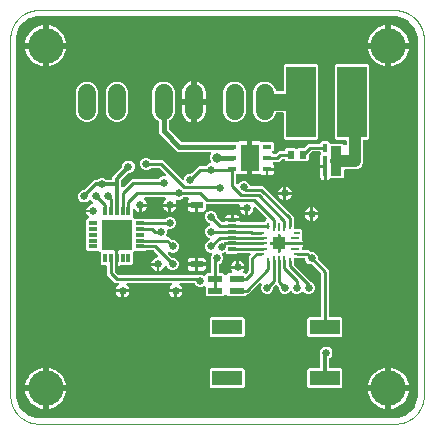
<source format=gtl>
G04 EAGLE Gerber RS-274X export*
G75*
%MOMM*%
%FSLAX35Y35*%
%LPD*%
%INcopper_top*%
%IPPOS*%
%AMOC8*
5,1,8,0,0,1.08239X$1,22.5*%
G01*
%ADD10C,0.000000*%
%ADD11R,1.500000X2.300000*%
%ADD12R,0.710000X0.460000*%
%ADD13R,2.500000X2.500000*%
%ADD14R,0.300000X0.750000*%
%ADD15R,0.750000X0.300000*%
%ADD16R,2.500000X6.000000*%
%ADD17R,0.950000X2.500000*%
%ADD18R,0.300000X1.770000*%
%ADD19R,0.300000X0.650000*%
%ADD20R,0.600000X0.700000*%
%ADD21C,1.500000*%
%ADD22R,1.100000X1.100000*%
%ADD23R,0.250000X0.800000*%
%ADD24R,0.800000X0.250000*%
%ADD25R,0.550000X0.250000*%
%ADD26R,0.250000X0.550000*%
%ADD27R,2.540000X1.270000*%
%ADD28R,1.200000X0.600000*%
%ADD29R,0.700000X0.300000*%
%ADD30R,1.000000X0.600000*%
%ADD31C,0.450000*%
%ADD32C,3.000000*%
%ADD33C,0.650000*%
%ADD34C,0.250000*%
%ADD35C,0.350000*%
%ADD36C,0.300000*%
%ADD37C,0.800000*%
%ADD38C,0.500000*%
%ADD39C,1.016000*%
%ADD40C,1.400000*%
%ADD41C,0.254000*%

G36*
X248748Y50051D02*
X248748Y50051D01*
X249009Y50018D01*
X257682Y50474D01*
X259647Y50048D01*
X260322Y50074D01*
X260732Y50000D01*
X3239268Y50000D01*
X3242398Y50399D01*
X3242555Y50461D01*
X3250990Y50018D01*
X3251388Y50047D01*
X3251646Y50000D01*
X3256605Y50000D01*
X3256797Y50025D01*
X3256929Y50004D01*
X3281112Y50632D01*
X3283651Y51023D01*
X3284020Y51053D01*
X3337009Y65239D01*
X3339930Y66433D01*
X3340303Y66712D01*
X3340582Y66829D01*
X3386594Y96695D01*
X3389003Y98733D01*
X3389272Y99113D01*
X3389501Y99311D01*
X3424032Y141933D01*
X3424698Y143010D01*
X3424996Y143375D01*
X3425206Y143831D01*
X3425693Y144617D01*
X3425830Y145060D01*
X3425988Y145319D01*
X3445658Y196527D01*
X3446268Y199019D01*
X3446382Y199375D01*
X3449892Y225997D01*
X3449897Y227063D01*
X3449999Y227631D01*
X3449999Y3270503D01*
X3449801Y3272059D01*
X3449802Y3272719D01*
X3444862Y3300145D01*
X3444091Y3302594D01*
X3444004Y3302956D01*
X3420258Y3357024D01*
X3418634Y3359730D01*
X3418303Y3360057D01*
X3418145Y3360314D01*
X3378853Y3404398D01*
X3376472Y3406471D01*
X3376056Y3406678D01*
X3375826Y3406875D01*
X3324834Y3436660D01*
X3321930Y3437895D01*
X3321469Y3437964D01*
X3321190Y3438079D01*
X3263491Y3450649D01*
X3260933Y3450874D01*
X3260566Y3450933D01*
X3238291Y3450462D01*
X3238199Y3450448D01*
X3238106Y3450457D01*
X3237785Y3450387D01*
X3235182Y3449999D01*
X3228117Y3449999D01*
X3227339Y3449900D01*
X3226873Y3449937D01*
X3220079Y3449258D01*
X3219387Y3449467D01*
X3216275Y3449989D01*
X3215976Y3449963D01*
X3215777Y3449999D01*
X260732Y3449999D01*
X257601Y3449601D01*
X257445Y3449538D01*
X249011Y3449982D01*
X248613Y3449953D01*
X248354Y3449999D01*
X243393Y3449999D01*
X243201Y3449975D01*
X243069Y3449995D01*
X218888Y3449368D01*
X216348Y3448977D01*
X215980Y3448946D01*
X162991Y3434761D01*
X160070Y3433566D01*
X159697Y3433288D01*
X159418Y3433171D01*
X113406Y3403305D01*
X110997Y3401266D01*
X110728Y3400887D01*
X110499Y3400689D01*
X75968Y3358066D01*
X75072Y3356618D01*
X74939Y3356455D01*
X74845Y3356253D01*
X74307Y3355383D01*
X74169Y3354939D01*
X74012Y3354680D01*
X54342Y3303473D01*
X53732Y3300981D01*
X53618Y3300625D01*
X50108Y3274003D01*
X50103Y3272937D01*
X50000Y3272369D01*
X50000Y227631D01*
X50135Y226574D01*
X50108Y225997D01*
X53618Y199375D01*
X54273Y196892D01*
X54342Y196527D01*
X74012Y145319D01*
X74250Y144878D01*
X74375Y144508D01*
X74778Y143896D01*
X75507Y142540D01*
X75823Y142198D01*
X75968Y141933D01*
X110499Y99311D01*
X112779Y97129D01*
X113185Y96902D01*
X113406Y96695D01*
X159418Y66829D01*
X162261Y65458D01*
X162717Y65368D01*
X162991Y65239D01*
X215980Y51053D01*
X218523Y50708D01*
X218888Y50632D01*
X243072Y50004D01*
X243265Y50024D01*
X243396Y50000D01*
X248353Y50000D01*
X248748Y50051D01*
G37*
%LPC*%
G36*
X2527615Y732399D02*
X2527615Y732399D01*
X2515899Y744115D01*
X2515899Y887684D01*
X2527615Y899400D01*
X2617900Y899400D01*
X2619148Y899559D01*
X2620399Y899653D01*
X2620708Y899758D01*
X2621031Y899799D01*
X2622198Y900265D01*
X2623387Y900669D01*
X2623659Y900848D01*
X2623962Y900968D01*
X2624975Y901712D01*
X2626025Y902401D01*
X2626244Y902643D01*
X2626506Y902835D01*
X2627300Y903808D01*
X2628145Y904739D01*
X2628297Y905028D01*
X2628502Y905280D01*
X2629027Y906419D01*
X2629612Y907533D01*
X2629658Y907789D01*
X2629823Y908146D01*
X2630383Y911252D01*
X2630353Y911643D01*
X2630399Y911900D01*
X2630399Y1268460D01*
X2630261Y1269548D01*
X2630208Y1270641D01*
X2630063Y1271107D01*
X2630001Y1271591D01*
X2629595Y1272609D01*
X2629269Y1273654D01*
X2629054Y1273965D01*
X2628831Y1274522D01*
X2626965Y1277067D01*
X2626815Y1277189D01*
X2626738Y1277299D01*
X2560199Y1343838D01*
X2559332Y1344509D01*
X2558521Y1345245D01*
X2558089Y1345472D01*
X2557703Y1345770D01*
X2556698Y1346202D01*
X2555727Y1346712D01*
X2555354Y1346779D01*
X2554803Y1347016D01*
X2551684Y1347495D01*
X2551491Y1347476D01*
X2551360Y1347499D01*
X2539557Y1347499D01*
X2520261Y1355492D01*
X2505492Y1370261D01*
X2497499Y1389557D01*
X2497499Y1390000D01*
X2497341Y1391248D01*
X2497247Y1392499D01*
X2497142Y1392808D01*
X2497101Y1393131D01*
X2496635Y1394298D01*
X2496231Y1395487D01*
X2496052Y1395759D01*
X2495931Y1396062D01*
X2495189Y1397074D01*
X2494498Y1398125D01*
X2494257Y1398344D01*
X2494065Y1398606D01*
X2493092Y1399400D01*
X2492161Y1400245D01*
X2491872Y1400397D01*
X2491620Y1400602D01*
X2490481Y1401127D01*
X2489367Y1401712D01*
X2489110Y1401758D01*
X2488753Y1401923D01*
X2485648Y1402483D01*
X2485256Y1402453D01*
X2485000Y1402499D01*
X2410000Y1402499D01*
X2408752Y1402341D01*
X2407500Y1402247D01*
X2407192Y1402142D01*
X2406869Y1402101D01*
X2405702Y1401635D01*
X2404513Y1401231D01*
X2404241Y1401052D01*
X2403938Y1400931D01*
X2402924Y1400188D01*
X2401875Y1399498D01*
X2401656Y1399257D01*
X2401393Y1399065D01*
X2400599Y1398092D01*
X2399755Y1397161D01*
X2399603Y1396872D01*
X2399398Y1396620D01*
X2398873Y1395481D01*
X2398288Y1394367D01*
X2398242Y1394110D01*
X2398077Y1393753D01*
X2397517Y1390648D01*
X2397547Y1390256D01*
X2397500Y1390000D01*
X2397500Y1353639D01*
X2397639Y1352552D01*
X2397692Y1351458D01*
X2397837Y1350993D01*
X2397899Y1350509D01*
X2398305Y1349491D01*
X2398631Y1348445D01*
X2398846Y1348135D01*
X2399068Y1347578D01*
X2400935Y1345033D01*
X2401085Y1344911D01*
X2401161Y1344801D01*
X2547374Y1198588D01*
X2547553Y1198449D01*
X2547697Y1198277D01*
X2548163Y1197977D01*
X2549869Y1196656D01*
X2550924Y1196203D01*
X2551430Y1195878D01*
X2554739Y1194508D01*
X2569508Y1179739D01*
X2577500Y1160443D01*
X2577500Y1139557D01*
X2569508Y1120261D01*
X2554739Y1105492D01*
X2535443Y1097499D01*
X2514557Y1097499D01*
X2495261Y1105492D01*
X2483838Y1116915D01*
X2482846Y1117683D01*
X2481893Y1118503D01*
X2481600Y1118648D01*
X2481343Y1118847D01*
X2480190Y1119342D01*
X2479061Y1119898D01*
X2478742Y1119964D01*
X2478443Y1120092D01*
X2477202Y1120283D01*
X2475971Y1120538D01*
X2475647Y1120522D01*
X2475324Y1120572D01*
X2474070Y1120445D01*
X2472819Y1120384D01*
X2472509Y1120287D01*
X2472184Y1120254D01*
X2471004Y1119818D01*
X2469806Y1119445D01*
X2469593Y1119297D01*
X2469224Y1119161D01*
X2466632Y1117361D01*
X2466375Y1117063D01*
X2466162Y1116915D01*
X2454739Y1105492D01*
X2435443Y1097499D01*
X2414557Y1097499D01*
X2395261Y1105492D01*
X2383838Y1116915D01*
X2382846Y1117683D01*
X2381893Y1118503D01*
X2381600Y1118648D01*
X2381343Y1118847D01*
X2380190Y1119342D01*
X2379061Y1119898D01*
X2378742Y1119964D01*
X2378443Y1120092D01*
X2377202Y1120283D01*
X2375971Y1120538D01*
X2375647Y1120522D01*
X2375324Y1120572D01*
X2374070Y1120445D01*
X2372819Y1120384D01*
X2372509Y1120287D01*
X2372184Y1120254D01*
X2371004Y1119818D01*
X2369806Y1119445D01*
X2369593Y1119297D01*
X2369224Y1119161D01*
X2366632Y1117361D01*
X2366375Y1117063D01*
X2366162Y1116915D01*
X2354739Y1105492D01*
X2335443Y1097499D01*
X2314557Y1097499D01*
X2295261Y1105492D01*
X2280492Y1120261D01*
X2272499Y1139557D01*
X2272499Y1151360D01*
X2272361Y1152445D01*
X2272308Y1153541D01*
X2272163Y1154008D01*
X2272101Y1154491D01*
X2271695Y1155509D01*
X2271369Y1156554D01*
X2271154Y1156864D01*
X2270931Y1157422D01*
X2269065Y1159967D01*
X2268914Y1160090D01*
X2268838Y1160198D01*
X2258838Y1170199D01*
X2257848Y1170966D01*
X2256893Y1171788D01*
X2256600Y1171932D01*
X2256343Y1172131D01*
X2255190Y1172626D01*
X2254061Y1173182D01*
X2253742Y1173248D01*
X2253443Y1173376D01*
X2252202Y1173567D01*
X2250971Y1173822D01*
X2250647Y1173806D01*
X2250324Y1173856D01*
X2249070Y1173729D01*
X2247819Y1173668D01*
X2247509Y1173572D01*
X2247184Y1173539D01*
X2246004Y1173103D01*
X2244806Y1172730D01*
X2244593Y1172582D01*
X2244224Y1172445D01*
X2241632Y1170645D01*
X2241375Y1170347D01*
X2241162Y1170199D01*
X2231161Y1160199D01*
X2230490Y1159332D01*
X2229755Y1158521D01*
X2229528Y1158089D01*
X2229229Y1157703D01*
X2228798Y1156698D01*
X2228288Y1155727D01*
X2228221Y1155354D01*
X2227984Y1154803D01*
X2227504Y1151684D01*
X2227524Y1151491D01*
X2227500Y1151360D01*
X2227500Y1139557D01*
X2219508Y1120261D01*
X2204739Y1105492D01*
X2185443Y1097499D01*
X2164557Y1097499D01*
X2145261Y1105492D01*
X2130492Y1120261D01*
X2122499Y1139557D01*
X2122499Y1160443D01*
X2127510Y1172540D01*
X2127697Y1173227D01*
X2127978Y1173880D01*
X2128110Y1174742D01*
X2128340Y1175584D01*
X2128349Y1176295D01*
X2128458Y1176999D01*
X2128370Y1177869D01*
X2128381Y1178740D01*
X2128212Y1179430D01*
X2128140Y1180139D01*
X2127838Y1180958D01*
X2127630Y1181805D01*
X2127293Y1182432D01*
X2127047Y1183099D01*
X2126549Y1183817D01*
X2126136Y1184585D01*
X2125653Y1185107D01*
X2125247Y1185692D01*
X2124584Y1186262D01*
X2123993Y1186902D01*
X2123395Y1187285D01*
X2122855Y1187750D01*
X2122070Y1188137D01*
X2121338Y1188608D01*
X2120663Y1188830D01*
X2120023Y1189144D01*
X2119169Y1189322D01*
X2118340Y1189594D01*
X2117629Y1189641D01*
X2116933Y1189785D01*
X2116063Y1189742D01*
X2115191Y1189799D01*
X2114491Y1189665D01*
X2113781Y1189631D01*
X2112949Y1189372D01*
X2112091Y1189208D01*
X2111447Y1188904D01*
X2110768Y1188692D01*
X2110275Y1188350D01*
X2109238Y1187859D01*
X2107581Y1186479D01*
X2107124Y1186162D01*
X2015462Y1094499D01*
X2005962Y1094499D01*
X2004874Y1094361D01*
X2003781Y1094308D01*
X2003315Y1094163D01*
X2002831Y1094101D01*
X2001813Y1093695D01*
X2000768Y1093369D01*
X2000457Y1093154D01*
X1999900Y1092931D01*
X1997355Y1091065D01*
X1997233Y1090915D01*
X1997123Y1090838D01*
X1983284Y1076999D01*
X1846715Y1076999D01*
X1833838Y1089877D01*
X1832846Y1090645D01*
X1831893Y1091465D01*
X1831600Y1091609D01*
X1831343Y1091808D01*
X1830190Y1092304D01*
X1829061Y1092859D01*
X1828742Y1092926D01*
X1828443Y1093054D01*
X1827202Y1093245D01*
X1825971Y1093500D01*
X1825647Y1093484D01*
X1825324Y1093533D01*
X1824070Y1093407D01*
X1822819Y1093346D01*
X1822509Y1093249D01*
X1822184Y1093216D01*
X1821004Y1092780D01*
X1819806Y1092407D01*
X1819593Y1092259D01*
X1819224Y1092123D01*
X1816632Y1090323D01*
X1816375Y1090025D01*
X1816162Y1089877D01*
X1803284Y1076999D01*
X1666715Y1076999D01*
X1654999Y1088715D01*
X1654999Y1152206D01*
X1654930Y1152752D01*
X1654951Y1153301D01*
X1654732Y1154311D01*
X1654601Y1155337D01*
X1654397Y1155847D01*
X1654280Y1156384D01*
X1653814Y1157307D01*
X1653431Y1158268D01*
X1653106Y1158711D01*
X1652858Y1159202D01*
X1652176Y1159978D01*
X1651565Y1160812D01*
X1651139Y1161160D01*
X1650776Y1161573D01*
X1649920Y1162155D01*
X1649120Y1162808D01*
X1648622Y1163038D01*
X1648166Y1163348D01*
X1647192Y1163696D01*
X1646253Y1164128D01*
X1645712Y1164226D01*
X1645195Y1164411D01*
X1644166Y1164505D01*
X1643148Y1164688D01*
X1642599Y1164648D01*
X1642052Y1164697D01*
X1641416Y1164559D01*
X1640001Y1164453D01*
X1638352Y1163892D01*
X1637717Y1163754D01*
X1618905Y1155962D01*
X1598019Y1155962D01*
X1578723Y1163954D01*
X1563955Y1178723D01*
X1561444Y1184783D01*
X1561252Y1185121D01*
X1561127Y1185487D01*
X1560471Y1186486D01*
X1559878Y1187523D01*
X1559608Y1187800D01*
X1559395Y1188125D01*
X1558508Y1188929D01*
X1557676Y1189783D01*
X1557344Y1189984D01*
X1557057Y1190245D01*
X1555999Y1190801D01*
X1554978Y1191420D01*
X1554606Y1191532D01*
X1554263Y1191712D01*
X1553623Y1191827D01*
X1551955Y1192329D01*
X1550537Y1192384D01*
X1549896Y1192499D01*
X1444403Y1192499D01*
X1443345Y1192365D01*
X1442277Y1192318D01*
X1441783Y1192166D01*
X1441272Y1192101D01*
X1440281Y1191706D01*
X1439260Y1191393D01*
X1438820Y1191123D01*
X1438341Y1190931D01*
X1437480Y1190300D01*
X1436570Y1189741D01*
X1436213Y1189370D01*
X1435796Y1189065D01*
X1435121Y1188237D01*
X1434380Y1187469D01*
X1434127Y1187020D01*
X1433800Y1186620D01*
X1433354Y1185650D01*
X1432829Y1184721D01*
X1432696Y1184223D01*
X1432480Y1183753D01*
X1432291Y1182704D01*
X1432015Y1181672D01*
X1432012Y1181155D01*
X1431920Y1180648D01*
X1432000Y1179585D01*
X1431992Y1178516D01*
X1432117Y1178015D01*
X1432156Y1177501D01*
X1432499Y1176491D01*
X1432759Y1175455D01*
X1433006Y1175001D01*
X1433172Y1174513D01*
X1433758Y1173621D01*
X1434268Y1172683D01*
X1434554Y1172408D01*
X1434904Y1171875D01*
X1436036Y1170848D01*
X1436039Y1170845D01*
X1444974Y1161909D01*
X1451311Y1152425D01*
X1455675Y1141889D01*
X1456548Y1137501D01*
X1400003Y1137501D01*
X1399999Y1137500D01*
X1399997Y1137501D01*
X1343451Y1137501D01*
X1344324Y1141889D01*
X1348688Y1152425D01*
X1355025Y1161909D01*
X1363634Y1170518D01*
X1364203Y1170935D01*
X1364532Y1171338D01*
X1364922Y1171677D01*
X1365525Y1172555D01*
X1366199Y1173380D01*
X1366415Y1173849D01*
X1366709Y1174277D01*
X1367074Y1175281D01*
X1367519Y1176247D01*
X1367611Y1176756D01*
X1367788Y1177243D01*
X1367890Y1178304D01*
X1368079Y1179352D01*
X1368041Y1179868D01*
X1368090Y1180384D01*
X1367923Y1181438D01*
X1367844Y1182499D01*
X1367677Y1182989D01*
X1367596Y1183501D01*
X1367170Y1184480D01*
X1366828Y1185487D01*
X1366544Y1185919D01*
X1366337Y1186395D01*
X1365680Y1187235D01*
X1365095Y1188125D01*
X1364712Y1188473D01*
X1364393Y1188881D01*
X1363547Y1189529D01*
X1362758Y1190245D01*
X1362299Y1190486D01*
X1361888Y1190801D01*
X1360907Y1191217D01*
X1359963Y1191712D01*
X1359571Y1191783D01*
X1358982Y1192032D01*
X1355861Y1192497D01*
X1355704Y1192480D01*
X1355597Y1192499D01*
X994403Y1192499D01*
X993345Y1192365D01*
X992277Y1192318D01*
X991783Y1192166D01*
X991272Y1192101D01*
X990281Y1191706D01*
X989260Y1191393D01*
X988820Y1191123D01*
X988341Y1190931D01*
X987480Y1190300D01*
X986570Y1189741D01*
X986213Y1189370D01*
X985796Y1189065D01*
X985121Y1188237D01*
X984380Y1187469D01*
X984127Y1187020D01*
X983800Y1186620D01*
X983354Y1185650D01*
X982829Y1184721D01*
X982696Y1184223D01*
X982480Y1183753D01*
X982291Y1182704D01*
X982015Y1181672D01*
X982012Y1181155D01*
X981920Y1180648D01*
X982000Y1179585D01*
X981992Y1178516D01*
X982117Y1178015D01*
X982156Y1177501D01*
X982499Y1176491D01*
X982759Y1175455D01*
X983006Y1175001D01*
X983172Y1174513D01*
X983758Y1173621D01*
X984268Y1172683D01*
X984554Y1172408D01*
X984904Y1171875D01*
X986036Y1170848D01*
X986039Y1170845D01*
X994974Y1161909D01*
X1001311Y1152425D01*
X1005675Y1141889D01*
X1006548Y1137501D01*
X950003Y1137501D01*
X949999Y1137500D01*
X949997Y1137501D01*
X893451Y1137501D01*
X894324Y1141889D01*
X898688Y1152425D01*
X905025Y1161909D01*
X913633Y1170517D01*
X914203Y1170935D01*
X914531Y1171336D01*
X914919Y1171674D01*
X915524Y1172553D01*
X916199Y1173380D01*
X916415Y1173848D01*
X916708Y1174274D01*
X917073Y1175278D01*
X917520Y1176247D01*
X917611Y1176754D01*
X917788Y1177239D01*
X917890Y1178301D01*
X918080Y1179352D01*
X918041Y1179867D01*
X918091Y1180381D01*
X917924Y1181434D01*
X917844Y1182499D01*
X917678Y1182988D01*
X917597Y1183498D01*
X917172Y1184476D01*
X916828Y1185487D01*
X916545Y1185918D01*
X916339Y1186392D01*
X915682Y1187232D01*
X915096Y1188125D01*
X914713Y1188472D01*
X914396Y1188878D01*
X913548Y1189528D01*
X912758Y1190245D01*
X912302Y1190484D01*
X911892Y1190799D01*
X910908Y1191217D01*
X909964Y1191712D01*
X909573Y1191782D01*
X908986Y1192031D01*
X905865Y1192497D01*
X905706Y1192480D01*
X905597Y1192499D01*
X886538Y1192499D01*
X817499Y1261538D01*
X817499Y1330000D01*
X817341Y1331247D01*
X817247Y1332499D01*
X817142Y1332808D01*
X817101Y1333131D01*
X816635Y1334298D01*
X816231Y1335487D01*
X816052Y1335759D01*
X815931Y1336062D01*
X815188Y1337075D01*
X814498Y1338125D01*
X814257Y1338344D01*
X814065Y1338606D01*
X813092Y1339400D01*
X812161Y1340245D01*
X811872Y1340397D01*
X811620Y1340602D01*
X810481Y1341127D01*
X809367Y1341712D01*
X809110Y1341758D01*
X808753Y1341923D01*
X805648Y1342483D01*
X805256Y1342453D01*
X805000Y1342499D01*
X776715Y1342499D01*
X764999Y1354215D01*
X764999Y1444228D01*
X764854Y1445368D01*
X764788Y1446518D01*
X764655Y1446930D01*
X764601Y1447358D01*
X764175Y1448425D01*
X763823Y1449523D01*
X763591Y1449889D01*
X763431Y1450289D01*
X762751Y1451216D01*
X762135Y1452190D01*
X761877Y1452408D01*
X761565Y1452834D01*
X759820Y1454258D01*
X754248Y1459831D01*
X753726Y1460625D01*
X753406Y1460915D01*
X753144Y1461259D01*
X752240Y1461973D01*
X751388Y1462745D01*
X751006Y1462946D01*
X750666Y1463213D01*
X749613Y1463677D01*
X748594Y1464212D01*
X748261Y1464272D01*
X747778Y1464485D01*
X744663Y1464992D01*
X744402Y1464968D01*
X744228Y1464999D01*
X654215Y1464999D01*
X642499Y1476715D01*
X642499Y1723284D01*
X654400Y1735185D01*
X655756Y1735322D01*
X655909Y1735378D01*
X656070Y1735399D01*
X657386Y1735924D01*
X658716Y1736415D01*
X658850Y1736508D01*
X659001Y1736568D01*
X660146Y1737408D01*
X661308Y1738215D01*
X661415Y1738339D01*
X661546Y1738435D01*
X662442Y1739532D01*
X663367Y1740607D01*
X663439Y1740754D01*
X663542Y1740880D01*
X664131Y1742159D01*
X664761Y1743438D01*
X664794Y1743598D01*
X664862Y1743746D01*
X665113Y1745140D01*
X665401Y1746529D01*
X665393Y1746692D01*
X665422Y1746852D01*
X665316Y1748265D01*
X665247Y1749681D01*
X665199Y1749837D01*
X665187Y1749999D01*
X664731Y1751338D01*
X664309Y1752694D01*
X664233Y1752804D01*
X664170Y1752987D01*
X662438Y1755625D01*
X661993Y1756028D01*
X661778Y1756338D01*
X655026Y1763090D01*
X648688Y1772574D01*
X644324Y1783111D01*
X643452Y1787499D01*
X699997Y1787499D01*
X701244Y1787658D01*
X702496Y1787751D01*
X702804Y1787856D01*
X703127Y1787897D01*
X704295Y1788363D01*
X705483Y1788768D01*
X705755Y1788946D01*
X706058Y1789067D01*
X707072Y1789810D01*
X708122Y1790500D01*
X708340Y1790741D01*
X708603Y1790933D01*
X709397Y1791906D01*
X710242Y1792838D01*
X710393Y1793127D01*
X710599Y1793378D01*
X711123Y1794517D01*
X711708Y1795632D01*
X711755Y1795888D01*
X711919Y1796245D01*
X712479Y1799350D01*
X712479Y1799353D01*
X712450Y1799743D01*
X712496Y1799998D01*
X712496Y1800001D01*
X712337Y1801249D01*
X712243Y1802501D01*
X712139Y1802809D01*
X712098Y1803132D01*
X711632Y1804299D01*
X711227Y1805488D01*
X711049Y1805760D01*
X710928Y1806063D01*
X710184Y1807077D01*
X709495Y1808126D01*
X709254Y1808345D01*
X709061Y1808608D01*
X708089Y1809402D01*
X707157Y1810246D01*
X706868Y1810398D01*
X706617Y1810603D01*
X705478Y1811128D01*
X704363Y1811713D01*
X704107Y1811759D01*
X703750Y1811924D01*
X700644Y1812484D01*
X700253Y1812454D01*
X699997Y1812501D01*
X643451Y1812501D01*
X644324Y1816889D01*
X648688Y1827425D01*
X655025Y1836909D01*
X663091Y1844974D01*
X672574Y1851311D01*
X683109Y1855675D01*
X691382Y1857320D01*
X692395Y1857659D01*
X693428Y1857913D01*
X693883Y1858157D01*
X694375Y1858322D01*
X695270Y1858903D01*
X696207Y1859408D01*
X696587Y1859759D01*
X697021Y1860041D01*
X697742Y1860828D01*
X698523Y1861551D01*
X698803Y1861986D01*
X699153Y1862368D01*
X699653Y1863310D01*
X700229Y1864206D01*
X700391Y1864698D01*
X700633Y1865155D01*
X700882Y1866191D01*
X701215Y1867204D01*
X701248Y1867721D01*
X701369Y1868224D01*
X701350Y1869290D01*
X701419Y1870353D01*
X701322Y1870862D01*
X701313Y1871379D01*
X701028Y1872405D01*
X700828Y1873453D01*
X700606Y1873922D01*
X700468Y1874420D01*
X699935Y1875341D01*
X699478Y1876307D01*
X699147Y1876705D01*
X698888Y1877152D01*
X698141Y1877912D01*
X697458Y1878731D01*
X697123Y1878946D01*
X696674Y1879402D01*
X695867Y1879886D01*
X683838Y1891915D01*
X682846Y1892683D01*
X681893Y1893503D01*
X681600Y1893648D01*
X681343Y1893847D01*
X680190Y1894342D01*
X679061Y1894898D01*
X678742Y1894964D01*
X678443Y1895092D01*
X677202Y1895283D01*
X675971Y1895538D01*
X675647Y1895522D01*
X675324Y1895572D01*
X674070Y1895445D01*
X672819Y1895384D01*
X672509Y1895287D01*
X672184Y1895254D01*
X671004Y1894818D01*
X669806Y1894445D01*
X669593Y1894297D01*
X669224Y1894161D01*
X666632Y1892361D01*
X666375Y1892063D01*
X666162Y1891915D01*
X654739Y1880492D01*
X635443Y1872499D01*
X614557Y1872499D01*
X595261Y1880492D01*
X580492Y1895261D01*
X572499Y1914557D01*
X572499Y1935443D01*
X580492Y1954739D01*
X595261Y1969508D01*
X614557Y1977500D01*
X622825Y1977500D01*
X623913Y1977639D01*
X625006Y1977692D01*
X625471Y1977837D01*
X625955Y1977899D01*
X626973Y1978305D01*
X628019Y1978631D01*
X628329Y1978846D01*
X628886Y1979068D01*
X631431Y1980935D01*
X631553Y1981085D01*
X631663Y1981161D01*
X710502Y2060000D01*
X730576Y2060000D01*
X731664Y2060139D01*
X732757Y2060192D01*
X733222Y2060337D01*
X733707Y2060399D01*
X734725Y2060805D01*
X735770Y2061131D01*
X736080Y2061346D01*
X736638Y2061568D01*
X739182Y2063435D01*
X739305Y2063585D01*
X739414Y2063661D01*
X745261Y2069508D01*
X764557Y2077500D01*
X785443Y2077500D01*
X804739Y2069508D01*
X810585Y2063661D01*
X811452Y2062990D01*
X812263Y2062255D01*
X812695Y2062028D01*
X813081Y2061729D01*
X814086Y2061298D01*
X815057Y2060788D01*
X815430Y2060721D01*
X815981Y2060484D01*
X819100Y2060004D01*
X819293Y2060024D01*
X819424Y2060000D01*
X850000Y2060000D01*
X851248Y2060159D01*
X852499Y2060253D01*
X852808Y2060358D01*
X853131Y2060399D01*
X854298Y2060865D01*
X855487Y2061269D01*
X855759Y2061448D01*
X856062Y2061568D01*
X857075Y2062312D01*
X858125Y2063001D01*
X858344Y2063243D01*
X858606Y2063435D01*
X859400Y2064408D01*
X860245Y2065339D01*
X860397Y2065628D01*
X860602Y2065880D01*
X861127Y2067019D01*
X861712Y2068133D01*
X861758Y2068389D01*
X861923Y2068746D01*
X862483Y2071852D01*
X862453Y2072243D01*
X862499Y2072500D01*
X862499Y2090533D01*
X943838Y2171872D01*
X944509Y2172739D01*
X945245Y2173550D01*
X945472Y2173982D01*
X945770Y2174368D01*
X946202Y2175373D01*
X946712Y2176344D01*
X946779Y2176717D01*
X947016Y2177268D01*
X947495Y2180387D01*
X947476Y2180580D01*
X947499Y2180711D01*
X947499Y2185443D01*
X955492Y2204739D01*
X970261Y2219508D01*
X989557Y2227500D01*
X1010443Y2227500D01*
X1029739Y2219508D01*
X1044508Y2204739D01*
X1052500Y2185443D01*
X1052500Y2164557D01*
X1044508Y2145261D01*
X1029739Y2130492D01*
X1010443Y2122499D01*
X1005711Y2122499D01*
X1004623Y2122361D01*
X1003530Y2122308D01*
X1003064Y2122163D01*
X1002580Y2122101D01*
X1001562Y2121695D01*
X1000517Y2121369D01*
X1000206Y2121154D01*
X999649Y2120931D01*
X997104Y2119065D01*
X996982Y2118915D01*
X996872Y2118838D01*
X941161Y2063128D01*
X940490Y2062261D01*
X939755Y2061450D01*
X939528Y2061018D01*
X939229Y2060632D01*
X938798Y2059627D01*
X938288Y2058656D01*
X938221Y2058283D01*
X937984Y2057732D01*
X937504Y2054613D01*
X937524Y2054420D01*
X937500Y2054289D01*
X937500Y2013639D01*
X937679Y2012237D01*
X937822Y2010823D01*
X937878Y2010669D01*
X937899Y2010508D01*
X938423Y2009194D01*
X938915Y2007863D01*
X939008Y2007728D01*
X939068Y2007577D01*
X939906Y2006435D01*
X940715Y2005270D01*
X940838Y2005164D01*
X940935Y2005033D01*
X942029Y2004139D01*
X943107Y2003212D01*
X943254Y2003139D01*
X943380Y2003037D01*
X944662Y2002446D01*
X945938Y2001818D01*
X946098Y2001784D01*
X946246Y2001716D01*
X947639Y2001465D01*
X949028Y2001177D01*
X949192Y2001185D01*
X949352Y2001156D01*
X950766Y2001262D01*
X952181Y2001331D01*
X952336Y2001380D01*
X952499Y2001392D01*
X953842Y2001848D01*
X955194Y2002270D01*
X955303Y2002346D01*
X955487Y2002408D01*
X958125Y2004140D01*
X958528Y2004585D01*
X958838Y2004800D01*
X1003838Y2049801D01*
X1003839Y2049802D01*
X1026538Y2072500D01*
X1253076Y2072500D01*
X1254164Y2072639D01*
X1255257Y2072692D01*
X1255722Y2072837D01*
X1256207Y2072899D01*
X1257225Y2073305D01*
X1258270Y2073631D01*
X1258580Y2073846D01*
X1259138Y2074068D01*
X1261682Y2075935D01*
X1261805Y2076085D01*
X1261914Y2076161D01*
X1270261Y2084508D01*
X1289557Y2092500D01*
X1304437Y2092500D01*
X1305838Y2092679D01*
X1307253Y2092822D01*
X1307406Y2092878D01*
X1307567Y2092899D01*
X1308881Y2093423D01*
X1310213Y2093915D01*
X1310347Y2094008D01*
X1310498Y2094068D01*
X1311640Y2094906D01*
X1312805Y2095715D01*
X1312911Y2095838D01*
X1313043Y2095935D01*
X1313939Y2097033D01*
X1314864Y2098107D01*
X1314936Y2098254D01*
X1315039Y2098380D01*
X1315630Y2099664D01*
X1316258Y2100938D01*
X1316291Y2101098D01*
X1316359Y2101246D01*
X1316610Y2102639D01*
X1316898Y2104028D01*
X1316890Y2104192D01*
X1316919Y2104352D01*
X1316813Y2105766D01*
X1316744Y2107181D01*
X1316696Y2107336D01*
X1316683Y2107499D01*
X1316227Y2108842D01*
X1315806Y2110194D01*
X1315729Y2110303D01*
X1315667Y2110487D01*
X1313935Y2113125D01*
X1313491Y2113528D01*
X1313275Y2113838D01*
X1263274Y2163838D01*
X1262408Y2164509D01*
X1261597Y2165245D01*
X1261164Y2165472D01*
X1260779Y2165770D01*
X1259774Y2166202D01*
X1258803Y2166712D01*
X1258430Y2166779D01*
X1257879Y2167016D01*
X1254760Y2167495D01*
X1254567Y2167476D01*
X1254436Y2167499D01*
X1196924Y2167499D01*
X1195836Y2167361D01*
X1194743Y2167308D01*
X1194278Y2167163D01*
X1193793Y2167101D01*
X1192775Y2166695D01*
X1191730Y2166369D01*
X1191419Y2166154D01*
X1190862Y2165931D01*
X1188318Y2164065D01*
X1188195Y2163915D01*
X1188085Y2163838D01*
X1179739Y2155492D01*
X1160443Y2147499D01*
X1139557Y2147499D01*
X1120261Y2155492D01*
X1105492Y2170261D01*
X1097499Y2189557D01*
X1097499Y2210443D01*
X1105492Y2229739D01*
X1120261Y2244508D01*
X1139557Y2252500D01*
X1160443Y2252500D01*
X1179739Y2244508D01*
X1188085Y2236161D01*
X1188952Y2235490D01*
X1189763Y2234755D01*
X1190195Y2234528D01*
X1190581Y2234229D01*
X1191586Y2233798D01*
X1192557Y2233288D01*
X1192930Y2233221D01*
X1193481Y2232984D01*
X1196600Y2232504D01*
X1196793Y2232524D01*
X1196924Y2232500D01*
X1286538Y2232500D01*
X1451162Y2067876D01*
X1452285Y2067006D01*
X1453380Y2066112D01*
X1453528Y2066044D01*
X1453657Y2065944D01*
X1454959Y2065385D01*
X1456247Y2064792D01*
X1456408Y2064763D01*
X1456557Y2064699D01*
X1457958Y2064483D01*
X1459352Y2064232D01*
X1459514Y2064244D01*
X1459676Y2064219D01*
X1461093Y2064362D01*
X1462499Y2064468D01*
X1462653Y2064520D01*
X1462816Y2064536D01*
X1464148Y2065028D01*
X1465487Y2065484D01*
X1465623Y2065573D01*
X1465776Y2065630D01*
X1466942Y2066439D01*
X1468125Y2067216D01*
X1468234Y2067337D01*
X1468368Y2067430D01*
X1469294Y2068506D01*
X1470245Y2069554D01*
X1470321Y2069698D01*
X1470427Y2069822D01*
X1471054Y2071095D01*
X1471712Y2072348D01*
X1471736Y2072479D01*
X1471821Y2072653D01*
X1472299Y2074960D01*
X1480492Y2094739D01*
X1495261Y2109508D01*
X1514557Y2117500D01*
X1526360Y2117500D01*
X1527448Y2117639D01*
X1528541Y2117692D01*
X1529007Y2117837D01*
X1529491Y2117899D01*
X1530509Y2118305D01*
X1531554Y2118631D01*
X1531865Y2118846D01*
X1532422Y2119068D01*
X1534967Y2120935D01*
X1535089Y2121085D01*
X1535199Y2121161D01*
X1596538Y2182500D01*
X1653076Y2182500D01*
X1654164Y2182639D01*
X1655258Y2182692D01*
X1655723Y2182837D01*
X1656207Y2182899D01*
X1657225Y2183305D01*
X1658270Y2183631D01*
X1658580Y2183846D01*
X1659138Y2184068D01*
X1661683Y2185935D01*
X1661806Y2186086D01*
X1661915Y2186162D01*
X1670261Y2194508D01*
X1690961Y2203082D01*
X1692052Y2203705D01*
X1693173Y2204272D01*
X1693417Y2204486D01*
X1693701Y2204648D01*
X1694602Y2205526D01*
X1695545Y2206354D01*
X1695728Y2206623D01*
X1695961Y2206850D01*
X1696614Y2207926D01*
X1697319Y2208964D01*
X1697428Y2209269D01*
X1697598Y2209548D01*
X1697960Y2210754D01*
X1698383Y2211935D01*
X1698412Y2212258D01*
X1698506Y2212571D01*
X1698555Y2213828D01*
X1698669Y2215078D01*
X1698613Y2215332D01*
X1698629Y2215724D01*
X1697958Y2218808D01*
X1697781Y2219159D01*
X1697725Y2219413D01*
X1689999Y2238065D01*
X1689999Y2261935D01*
X1699229Y2284217D01*
X1699374Y2284747D01*
X1699604Y2285247D01*
X1699787Y2286264D01*
X1700059Y2287261D01*
X1700066Y2287811D01*
X1700164Y2288352D01*
X1700087Y2289383D01*
X1700100Y2290417D01*
X1699969Y2290951D01*
X1699928Y2291499D01*
X1699595Y2292478D01*
X1699349Y2293482D01*
X1699089Y2293967D01*
X1698912Y2294487D01*
X1698344Y2295351D01*
X1697855Y2296262D01*
X1697482Y2296665D01*
X1697180Y2297125D01*
X1696414Y2297819D01*
X1695712Y2298578D01*
X1695249Y2298876D01*
X1694842Y2299245D01*
X1693927Y2299725D01*
X1693057Y2300284D01*
X1692535Y2300456D01*
X1692048Y2300712D01*
X1691408Y2300828D01*
X1690059Y2301271D01*
X1688321Y2301384D01*
X1687681Y2301499D01*
X1411396Y2301499D01*
X1255499Y2457396D01*
X1255499Y2556425D01*
X1255451Y2556809D01*
X1255476Y2557197D01*
X1255252Y2558372D01*
X1255101Y2559555D01*
X1254958Y2559915D01*
X1254885Y2560297D01*
X1254374Y2561377D01*
X1253931Y2562486D01*
X1253702Y2562799D01*
X1253536Y2563150D01*
X1252772Y2564067D01*
X1252065Y2565031D01*
X1251764Y2565276D01*
X1251516Y2565574D01*
X1250967Y2565927D01*
X1249620Y2567027D01*
X1248332Y2567620D01*
X1247783Y2567973D01*
X1244186Y2569463D01*
X1217462Y2596187D01*
X1202999Y2631103D01*
X1202999Y2818897D01*
X1217462Y2853813D01*
X1244187Y2880538D01*
X1279103Y2895000D01*
X1316897Y2895000D01*
X1351813Y2880538D01*
X1378538Y2853813D01*
X1393000Y2818897D01*
X1393000Y2631103D01*
X1378538Y2596187D01*
X1351814Y2569463D01*
X1348217Y2567973D01*
X1347879Y2567780D01*
X1347513Y2567655D01*
X1346514Y2566999D01*
X1345477Y2566407D01*
X1345200Y2566137D01*
X1344875Y2565923D01*
X1344071Y2565037D01*
X1343217Y2564204D01*
X1343016Y2563873D01*
X1342755Y2563585D01*
X1342199Y2562527D01*
X1341580Y2561506D01*
X1341468Y2561134D01*
X1341288Y2560791D01*
X1341173Y2560152D01*
X1340671Y2558484D01*
X1340616Y2557065D01*
X1340500Y2556425D01*
X1340500Y2497782D01*
X1340639Y2496694D01*
X1340692Y2495601D01*
X1340837Y2495135D01*
X1340899Y2494651D01*
X1341305Y2493633D01*
X1341631Y2492588D01*
X1341846Y2492277D01*
X1342068Y2491720D01*
X1343935Y2489175D01*
X1344085Y2489053D01*
X1344161Y2488943D01*
X1442943Y2390161D01*
X1443810Y2389490D01*
X1444621Y2388755D01*
X1445053Y2388528D01*
X1445438Y2388229D01*
X1446444Y2387798D01*
X1447415Y2387288D01*
X1447788Y2387221D01*
X1448338Y2386984D01*
X1451458Y2386504D01*
X1451651Y2386524D01*
X1451782Y2386500D01*
X1827538Y2386500D01*
X1828626Y2386639D01*
X1829719Y2386692D01*
X1830184Y2386837D01*
X1830668Y2386899D01*
X1830923Y2387000D01*
X1920998Y2387000D01*
X1921906Y2386206D01*
X1922245Y2386035D01*
X1922544Y2385803D01*
X1923648Y2385329D01*
X1924725Y2384788D01*
X1925096Y2384707D01*
X1925444Y2384558D01*
X1926634Y2384375D01*
X1927810Y2384121D01*
X1928188Y2384136D01*
X1928563Y2384078D01*
X1929761Y2384199D01*
X1930963Y2384248D01*
X1931245Y2384349D01*
X1931703Y2384395D01*
X1934663Y2385488D01*
X1934932Y2385675D01*
X1935138Y2385749D01*
X1940196Y2388669D01*
X1946655Y2390400D01*
X2000001Y2390400D01*
X2000001Y2262501D01*
X2000160Y2261253D01*
X2000253Y2260002D01*
X2000358Y2259693D01*
X2000399Y2259370D01*
X2000865Y2258203D01*
X2001270Y2257014D01*
X2001448Y2256742D01*
X2001569Y2256439D01*
X2002313Y2255426D01*
X2003002Y2254376D01*
X2003243Y2254157D01*
X2003436Y2253895D01*
X2004408Y2253101D01*
X2005340Y2252256D01*
X2005629Y2252104D01*
X2005880Y2251899D01*
X2007019Y2251374D01*
X2008134Y2250789D01*
X2008390Y2250743D01*
X2008747Y2250578D01*
X2011853Y2250018D01*
X2012244Y2250048D01*
X2012500Y2250002D01*
X2037499Y2250002D01*
X2038747Y2250160D01*
X2039998Y2250254D01*
X2040307Y2250359D01*
X2040630Y2250400D01*
X2041797Y2250866D01*
X2042986Y2251270D01*
X2043258Y2251449D01*
X2043561Y2251570D01*
X2044574Y2252313D01*
X2045624Y2253003D01*
X2045843Y2253244D01*
X2046105Y2253436D01*
X2046899Y2254409D01*
X2047744Y2255340D01*
X2047896Y2255629D01*
X2048101Y2255881D01*
X2048626Y2257020D01*
X2049211Y2258134D01*
X2049257Y2258391D01*
X2049422Y2258748D01*
X2049982Y2261853D01*
X2049952Y2262245D01*
X2049998Y2262501D01*
X2049998Y2390400D01*
X2103344Y2390400D01*
X2109804Y2388669D01*
X2114228Y2386115D01*
X2115337Y2385650D01*
X2116417Y2385118D01*
X2116789Y2385042D01*
X2117139Y2384895D01*
X2118330Y2384722D01*
X2119508Y2384478D01*
X2119886Y2384497D01*
X2120262Y2384442D01*
X2121459Y2384573D01*
X2122660Y2384632D01*
X2123021Y2384745D01*
X2123399Y2384786D01*
X2124528Y2385214D01*
X2125673Y2385571D01*
X2125918Y2385742D01*
X2126350Y2385905D01*
X2128927Y2387728D01*
X2129137Y2387977D01*
X2129171Y2388000D01*
X2216784Y2388000D01*
X2228500Y2376284D01*
X2228500Y2313715D01*
X2221123Y2306338D01*
X2220356Y2305348D01*
X2219534Y2304393D01*
X2219390Y2304100D01*
X2219191Y2303843D01*
X2218696Y2302690D01*
X2218140Y2301561D01*
X2218074Y2301242D01*
X2217946Y2300943D01*
X2217755Y2299700D01*
X2217500Y2298471D01*
X2217516Y2298147D01*
X2217466Y2297824D01*
X2217593Y2296570D01*
X2217654Y2295319D01*
X2217751Y2295009D01*
X2217783Y2294684D01*
X2218219Y2293504D01*
X2218593Y2292306D01*
X2218741Y2292093D01*
X2218877Y2291724D01*
X2220677Y2289132D01*
X2220975Y2288875D01*
X2221123Y2288662D01*
X2223623Y2286161D01*
X2224490Y2285490D01*
X2225301Y2284755D01*
X2225733Y2284528D01*
X2226119Y2284229D01*
X2227124Y2283798D01*
X2228095Y2283288D01*
X2228468Y2283221D01*
X2229019Y2282984D01*
X2232138Y2282504D01*
X2232331Y2282524D01*
X2232462Y2282500D01*
X2242899Y2282500D01*
X2243987Y2282639D01*
X2245080Y2282692D01*
X2245545Y2282837D01*
X2246029Y2282899D01*
X2247048Y2283305D01*
X2248093Y2283631D01*
X2248403Y2283846D01*
X2248960Y2284068D01*
X2251505Y2285935D01*
X2251628Y2286085D01*
X2251737Y2286161D01*
X2273076Y2307500D01*
X2312500Y2307500D01*
X2313748Y2307659D01*
X2314999Y2307753D01*
X2315308Y2307858D01*
X2315631Y2307899D01*
X2316798Y2308365D01*
X2317987Y2308769D01*
X2318259Y2308948D01*
X2318562Y2309068D01*
X2319575Y2309812D01*
X2320625Y2310501D01*
X2320844Y2310743D01*
X2321106Y2310935D01*
X2321900Y2311908D01*
X2322745Y2312839D01*
X2322897Y2313128D01*
X2323102Y2313380D01*
X2323627Y2314519D01*
X2324212Y2315633D01*
X2324258Y2315889D01*
X2324423Y2316246D01*
X2324744Y2318029D01*
X2336715Y2330000D01*
X2413284Y2330000D01*
X2416161Y2327123D01*
X2417153Y2326355D01*
X2418107Y2325534D01*
X2418399Y2325390D01*
X2418657Y2325191D01*
X2419810Y2324696D01*
X2420938Y2324140D01*
X2421258Y2324074D01*
X2421556Y2323946D01*
X2422798Y2323755D01*
X2424028Y2323500D01*
X2424353Y2323516D01*
X2424675Y2323466D01*
X2425929Y2323593D01*
X2427181Y2323654D01*
X2427491Y2323751D01*
X2427815Y2323783D01*
X2428995Y2324219D01*
X2430194Y2324593D01*
X2430408Y2324741D01*
X2430776Y2324877D01*
X2433368Y2326677D01*
X2433624Y2326974D01*
X2433838Y2327123D01*
X2436715Y2330000D01*
X2478860Y2330000D01*
X2479948Y2330139D01*
X2481041Y2330192D01*
X2481507Y2330337D01*
X2481991Y2330399D01*
X2483009Y2330805D01*
X2484054Y2331131D01*
X2484365Y2331346D01*
X2484922Y2331568D01*
X2487467Y2333435D01*
X2487589Y2333585D01*
X2487699Y2333661D01*
X2524148Y2370110D01*
X2617840Y2370110D01*
X2619088Y2370269D01*
X2620339Y2370363D01*
X2620648Y2370468D01*
X2620971Y2370509D01*
X2622138Y2370975D01*
X2623327Y2371379D01*
X2623599Y2371558D01*
X2623902Y2371678D01*
X2624915Y2372422D01*
X2625965Y2373111D01*
X2626184Y2373353D01*
X2626446Y2373545D01*
X2627240Y2374518D01*
X2628085Y2375449D01*
X2628237Y2375738D01*
X2628442Y2375990D01*
X2628876Y2376931D01*
X2642055Y2390110D01*
X2688624Y2390110D01*
X2701955Y2376780D01*
X2702652Y2375829D01*
X2703341Y2374780D01*
X2703583Y2374561D01*
X2703775Y2374298D01*
X2704748Y2373504D01*
X2705679Y2372660D01*
X2705968Y2372508D01*
X2706220Y2372303D01*
X2707359Y2371778D01*
X2708473Y2371193D01*
X2708729Y2371147D01*
X2709086Y2370982D01*
X2712192Y2370422D01*
X2712583Y2370452D01*
X2712840Y2370405D01*
X2813344Y2370405D01*
X2825362Y2358388D01*
X2826485Y2357518D01*
X2827580Y2356624D01*
X2827728Y2356556D01*
X2827857Y2356456D01*
X2829161Y2355896D01*
X2830447Y2355304D01*
X2830607Y2355275D01*
X2830757Y2355211D01*
X2832159Y2354995D01*
X2833552Y2354744D01*
X2833714Y2354756D01*
X2833876Y2354731D01*
X2835293Y2354874D01*
X2836699Y2354979D01*
X2836853Y2355032D01*
X2837016Y2355048D01*
X2838347Y2355540D01*
X2839687Y2355996D01*
X2839823Y2356085D01*
X2839976Y2356142D01*
X2841142Y2356951D01*
X2842325Y2357728D01*
X2842434Y2357848D01*
X2842568Y2357942D01*
X2843494Y2359018D01*
X2844445Y2360066D01*
X2844521Y2360210D01*
X2844627Y2360333D01*
X2845255Y2361608D01*
X2845912Y2362860D01*
X2845935Y2362990D01*
X2846021Y2363165D01*
X2846662Y2366255D01*
X2846632Y2366854D01*
X2846699Y2367226D01*
X2846699Y2392500D01*
X2846541Y2393748D01*
X2846447Y2394999D01*
X2846342Y2395308D01*
X2846301Y2395631D01*
X2845835Y2396798D01*
X2845431Y2397987D01*
X2845252Y2398259D01*
X2845131Y2398562D01*
X2844388Y2399575D01*
X2843698Y2400625D01*
X2843457Y2400844D01*
X2843265Y2401106D01*
X2842292Y2401900D01*
X2841361Y2402745D01*
X2841072Y2402897D01*
X2840820Y2403102D01*
X2839681Y2403627D01*
X2838567Y2404212D01*
X2838310Y2404258D01*
X2837953Y2404423D01*
X2834848Y2404983D01*
X2834456Y2404953D01*
X2834200Y2404999D01*
X2759215Y2404999D01*
X2747499Y2416715D01*
X2747499Y3033284D01*
X2759215Y3045000D01*
X3025784Y3045000D01*
X3037500Y3033284D01*
X3037500Y2416715D01*
X3025784Y2404999D01*
X3000800Y2404999D01*
X2999552Y2404841D01*
X2998300Y2404747D01*
X2997992Y2404642D01*
X2997669Y2404601D01*
X2996502Y2404135D01*
X2995313Y2403731D01*
X2995041Y2403552D01*
X2994738Y2403431D01*
X2993724Y2402688D01*
X2992675Y2401998D01*
X2992456Y2401757D01*
X2992193Y2401565D01*
X2991399Y2400592D01*
X2990555Y2399661D01*
X2990403Y2399372D01*
X2990198Y2399120D01*
X2989673Y2397981D01*
X2989088Y2396867D01*
X2989042Y2396610D01*
X2988877Y2396253D01*
X2988317Y2393148D01*
X2988347Y2392756D01*
X2988300Y2392500D01*
X2988300Y2210916D01*
X2977522Y2184895D01*
X2957605Y2164978D01*
X2931583Y2154199D01*
X2902731Y2154199D01*
X2901691Y2154483D01*
X2900544Y2154498D01*
X2899953Y2154604D01*
X2837560Y2154604D01*
X2836312Y2154446D01*
X2835060Y2154352D01*
X2834752Y2154247D01*
X2834429Y2154206D01*
X2833262Y2153740D01*
X2832073Y2153336D01*
X2831801Y2153157D01*
X2831498Y2153036D01*
X2830484Y2152293D01*
X2829435Y2151603D01*
X2829216Y2151362D01*
X2828953Y2151170D01*
X2828159Y2150197D01*
X2827315Y2149266D01*
X2827163Y2148977D01*
X2826958Y2148725D01*
X2826433Y2147586D01*
X2825848Y2146472D01*
X2825802Y2146215D01*
X2825637Y2145858D01*
X2825077Y2142753D01*
X2825107Y2142361D01*
X2825060Y2142105D01*
X2825060Y2092120D01*
X2813344Y2080404D01*
X2710879Y2080404D01*
X2709737Y2080259D01*
X2708590Y2080193D01*
X2708178Y2080061D01*
X2707748Y2080006D01*
X2706679Y2079579D01*
X2705585Y2079228D01*
X2705220Y2078997D01*
X2704818Y2078836D01*
X2703889Y2078155D01*
X2702918Y2077541D01*
X2702699Y2077283D01*
X2702273Y2076970D01*
X2700501Y2074799D01*
X2695596Y2069894D01*
X2689804Y2066550D01*
X2683344Y2064819D01*
X2677501Y2064819D01*
X2677501Y2178717D01*
X2677342Y2179964D01*
X2677248Y2181216D01*
X2677143Y2181524D01*
X2677102Y2181847D01*
X2676636Y2183015D01*
X2676232Y2184203D01*
X2676053Y2184475D01*
X2675933Y2184778D01*
X2675189Y2185792D01*
X2674500Y2186842D01*
X2674496Y2186845D01*
X2674495Y2186846D01*
X2674258Y2187062D01*
X2674066Y2187323D01*
X2674063Y2187325D01*
X2674061Y2187328D01*
X2673089Y2188122D01*
X2672157Y2188966D01*
X2671868Y2189118D01*
X2671617Y2189323D01*
X2670478Y2189848D01*
X2669363Y2190433D01*
X2669107Y2190479D01*
X2668750Y2190644D01*
X2665644Y2191204D01*
X2665253Y2191174D01*
X2664997Y2191221D01*
X2624599Y2191221D01*
X2624599Y2270564D01*
X2626330Y2277023D01*
X2630250Y2283813D01*
X2630715Y2284922D01*
X2631247Y2286001D01*
X2631323Y2286373D01*
X2631470Y2286723D01*
X2631643Y2287913D01*
X2631887Y2289091D01*
X2631868Y2289470D01*
X2631923Y2289846D01*
X2631792Y2291044D01*
X2631733Y2292243D01*
X2631620Y2292605D01*
X2631579Y2292983D01*
X2631152Y2294109D01*
X2630794Y2295257D01*
X2630623Y2295503D01*
X2630460Y2295934D01*
X2629201Y2297714D01*
X2629071Y2298097D01*
X2628892Y2298369D01*
X2628771Y2298672D01*
X2628028Y2299685D01*
X2627338Y2300735D01*
X2627097Y2300954D01*
X2626905Y2301216D01*
X2625932Y2302010D01*
X2625001Y2302855D01*
X2624712Y2303007D01*
X2624460Y2303212D01*
X2623321Y2303737D01*
X2622207Y2304322D01*
X2621950Y2304368D01*
X2621593Y2304533D01*
X2618488Y2305093D01*
X2618096Y2305063D01*
X2617840Y2305109D01*
X2556249Y2305109D01*
X2555162Y2304971D01*
X2554068Y2304918D01*
X2553603Y2304773D01*
X2553119Y2304711D01*
X2552101Y2304305D01*
X2551055Y2303979D01*
X2550745Y2303764D01*
X2550188Y2303541D01*
X2547643Y2301675D01*
X2547521Y2301525D01*
X2547411Y2301448D01*
X2528661Y2282699D01*
X2527990Y2281832D01*
X2527255Y2281021D01*
X2527028Y2280589D01*
X2526729Y2280203D01*
X2526298Y2279198D01*
X2525788Y2278227D01*
X2525721Y2277854D01*
X2525484Y2277303D01*
X2525004Y2274184D01*
X2525024Y2273991D01*
X2525000Y2273860D01*
X2525000Y2231715D01*
X2513284Y2219999D01*
X2436715Y2219999D01*
X2433838Y2222877D01*
X2432844Y2223647D01*
X2431892Y2224465D01*
X2431601Y2224609D01*
X2431343Y2224808D01*
X2430189Y2225304D01*
X2429061Y2225859D01*
X2428741Y2225926D01*
X2428443Y2226054D01*
X2427202Y2226245D01*
X2425971Y2226500D01*
X2425646Y2226484D01*
X2425324Y2226533D01*
X2424070Y2226407D01*
X2422818Y2226346D01*
X2422508Y2226249D01*
X2422184Y2226216D01*
X2421004Y2225781D01*
X2419805Y2225407D01*
X2419592Y2225259D01*
X2419223Y2225123D01*
X2416631Y2223323D01*
X2416375Y2223025D01*
X2416161Y2222876D01*
X2413284Y2219999D01*
X2336715Y2219999D01*
X2324790Y2231925D01*
X2324747Y2232499D01*
X2324642Y2232808D01*
X2324601Y2233131D01*
X2324135Y2234298D01*
X2323731Y2235487D01*
X2323552Y2235759D01*
X2323431Y2236062D01*
X2322688Y2237075D01*
X2321998Y2238125D01*
X2321757Y2238344D01*
X2321565Y2238606D01*
X2320592Y2239400D01*
X2319661Y2240245D01*
X2319372Y2240397D01*
X2319120Y2240602D01*
X2317981Y2241127D01*
X2316867Y2241712D01*
X2316610Y2241758D01*
X2316253Y2241923D01*
X2313148Y2242483D01*
X2312756Y2242453D01*
X2312500Y2242499D01*
X2305178Y2242499D01*
X2304090Y2242361D01*
X2302997Y2242308D01*
X2302532Y2242163D01*
X2302047Y2242101D01*
X2301029Y2241695D01*
X2299984Y2241369D01*
X2299673Y2241154D01*
X2299116Y2240931D01*
X2296572Y2239065D01*
X2296449Y2238915D01*
X2296339Y2238838D01*
X2275000Y2217499D01*
X2235098Y2217499D01*
X2233692Y2217320D01*
X2232282Y2217178D01*
X2232129Y2217122D01*
X2231967Y2217101D01*
X2230649Y2216575D01*
X2229321Y2216084D01*
X2229187Y2215992D01*
X2229036Y2215931D01*
X2227894Y2215093D01*
X2226729Y2214284D01*
X2226623Y2214161D01*
X2226492Y2214065D01*
X2225597Y2212968D01*
X2224670Y2211892D01*
X2224598Y2211746D01*
X2224496Y2211620D01*
X2223904Y2210336D01*
X2223277Y2209061D01*
X2223243Y2208902D01*
X2223175Y2208753D01*
X2222923Y2207357D01*
X2222636Y2205971D01*
X2222644Y2205808D01*
X2222615Y2205648D01*
X2222721Y2204235D01*
X2222790Y2202818D01*
X2222839Y2202663D01*
X2222851Y2202501D01*
X2223308Y2201157D01*
X2223729Y2199806D01*
X2223805Y2199697D01*
X2223867Y2199513D01*
X2225599Y2196875D01*
X2226044Y2196472D01*
X2226260Y2196161D01*
X2228826Y2193595D01*
X2232169Y2187804D01*
X2233900Y2181344D01*
X2233900Y2167501D01*
X2173003Y2167501D01*
X2171756Y2167342D01*
X2170504Y2167248D01*
X2170196Y2167143D01*
X2169873Y2167102D01*
X2168705Y2166636D01*
X2167516Y2166232D01*
X2167244Y2166053D01*
X2166942Y2165933D01*
X2165928Y2165189D01*
X2164878Y2164500D01*
X2164875Y2164496D01*
X2164873Y2164495D01*
X2164657Y2164257D01*
X2164397Y2164066D01*
X2164395Y2164063D01*
X2164392Y2164061D01*
X2163598Y2163089D01*
X2162753Y2162157D01*
X2162602Y2161868D01*
X2162396Y2161617D01*
X2161871Y2160478D01*
X2161286Y2159363D01*
X2161240Y2159107D01*
X2161076Y2158750D01*
X2160516Y2155644D01*
X2160545Y2155253D01*
X2160499Y2154997D01*
X2160499Y2106599D01*
X2134155Y2106599D01*
X2127696Y2108330D01*
X2122402Y2111387D01*
X2121343Y2111831D01*
X2120315Y2112348D01*
X2119891Y2112440D01*
X2119491Y2112607D01*
X2118355Y2112772D01*
X2117231Y2113015D01*
X2116797Y2112998D01*
X2116368Y2113060D01*
X2115225Y2112934D01*
X2114078Y2112888D01*
X2113759Y2112773D01*
X2113231Y2112716D01*
X2110280Y2111597D01*
X2110068Y2111447D01*
X2109902Y2111387D01*
X2109804Y2111330D01*
X2103344Y2109599D01*
X2049998Y2109599D01*
X2049998Y2237499D01*
X2049840Y2238746D01*
X2049746Y2239998D01*
X2049641Y2240306D01*
X2049600Y2240629D01*
X2049134Y2241797D01*
X2048730Y2242986D01*
X2048551Y2243258D01*
X2048430Y2243560D01*
X2047687Y2244574D01*
X2046998Y2245624D01*
X2046756Y2245843D01*
X2046564Y2246105D01*
X2045591Y2246899D01*
X2044660Y2247744D01*
X2044371Y2247895D01*
X2044119Y2248101D01*
X2042980Y2248626D01*
X2041866Y2249211D01*
X2041609Y2249257D01*
X2041253Y2249421D01*
X2038147Y2249981D01*
X2037755Y2249952D01*
X2037499Y2249998D01*
X2012500Y2249998D01*
X2011253Y2249839D01*
X2010001Y2249746D01*
X2009693Y2249641D01*
X2009370Y2249600D01*
X2008202Y2249134D01*
X2007013Y2248729D01*
X2006742Y2248551D01*
X2006439Y2248430D01*
X2005425Y2247687D01*
X2004375Y2246997D01*
X2004157Y2246756D01*
X2003894Y2246563D01*
X2003100Y2245591D01*
X2002255Y2244659D01*
X2002104Y2244370D01*
X2001898Y2244119D01*
X2001373Y2242980D01*
X2000788Y2241865D01*
X2000742Y2241609D01*
X2000578Y2241252D01*
X2000018Y2238147D01*
X2000023Y2238070D01*
X2000018Y2238039D01*
X2000042Y2237723D01*
X2000001Y2237499D01*
X2000001Y2109599D01*
X1946655Y2109599D01*
X1940196Y2111330D01*
X1935138Y2114251D01*
X1934027Y2114717D01*
X1932948Y2115248D01*
X1932578Y2115324D01*
X1932228Y2115471D01*
X1931034Y2115644D01*
X1929858Y2115888D01*
X1929480Y2115869D01*
X1929104Y2115924D01*
X1927907Y2115793D01*
X1926706Y2115734D01*
X1926344Y2115621D01*
X1925968Y2115580D01*
X1924841Y2115153D01*
X1923693Y2114795D01*
X1923447Y2114624D01*
X1923017Y2114461D01*
X1920723Y2112838D01*
X1919500Y2112747D01*
X1919192Y2112642D01*
X1918869Y2112601D01*
X1917702Y2112135D01*
X1916513Y2111731D01*
X1916241Y2111552D01*
X1915938Y2111431D01*
X1914924Y2110688D01*
X1913875Y2109998D01*
X1913656Y2109757D01*
X1913393Y2109565D01*
X1912599Y2108592D01*
X1911755Y2107661D01*
X1911603Y2107372D01*
X1911398Y2107120D01*
X1910873Y2105981D01*
X1910288Y2104867D01*
X1910242Y2104610D01*
X1910077Y2104253D01*
X1909517Y2101148D01*
X1909547Y2100756D01*
X1909500Y2100500D01*
X1909500Y2037716D01*
X1909679Y2036315D01*
X1909822Y2034900D01*
X1909878Y2034747D01*
X1909899Y2034586D01*
X1910423Y2033272D01*
X1910915Y2031940D01*
X1911008Y2031806D01*
X1911068Y2031655D01*
X1911909Y2030508D01*
X1912715Y2029348D01*
X1912838Y2029242D01*
X1912935Y2029110D01*
X1914035Y2028212D01*
X1915107Y2027289D01*
X1915254Y2027217D01*
X1915380Y2027114D01*
X1916664Y2026523D01*
X1917938Y2025895D01*
X1918098Y2025862D01*
X1918246Y2025794D01*
X1919640Y2025543D01*
X1921029Y2025255D01*
X1921192Y2025263D01*
X1921352Y2025234D01*
X1922765Y2025340D01*
X1924181Y2025409D01*
X1924336Y2025457D01*
X1924499Y2025469D01*
X1925842Y2025926D01*
X1927194Y2026347D01*
X1927303Y2026423D01*
X1927487Y2026486D01*
X1930125Y2028218D01*
X1930528Y2028662D01*
X1930838Y2028878D01*
X1947268Y2045308D01*
X1966563Y2053300D01*
X1987450Y2053300D01*
X2006746Y2045308D01*
X2021515Y2030539D01*
X2025376Y2021216D01*
X2025569Y2020880D01*
X2025693Y2020513D01*
X2026349Y2019514D01*
X2026942Y2018477D01*
X2027213Y2018199D01*
X2027426Y2017875D01*
X2028311Y2017072D01*
X2029145Y2016216D01*
X2029476Y2016015D01*
X2029763Y2015755D01*
X2030823Y2015199D01*
X2031843Y2014580D01*
X2032214Y2014468D01*
X2032558Y2014288D01*
X2033198Y2014172D01*
X2034865Y2013671D01*
X2036283Y2013616D01*
X2036924Y2013500D01*
X2066141Y2013500D01*
X2068715Y2013104D01*
X2068908Y2013124D01*
X2069039Y2013100D01*
X2134964Y2013100D01*
X2397500Y1750564D01*
X2397500Y1660000D01*
X2397659Y1658752D01*
X2397753Y1657500D01*
X2397858Y1657192D01*
X2397899Y1656869D01*
X2398365Y1655702D01*
X2398769Y1654513D01*
X2398948Y1654241D01*
X2399068Y1653938D01*
X2399812Y1652924D01*
X2400501Y1651875D01*
X2400743Y1651656D01*
X2400935Y1651393D01*
X2401908Y1650599D01*
X2402839Y1649755D01*
X2403128Y1649603D01*
X2403380Y1649398D01*
X2404519Y1648873D01*
X2405633Y1648288D01*
X2405889Y1648242D01*
X2406246Y1648077D01*
X2409352Y1647517D01*
X2409743Y1647547D01*
X2410000Y1647500D01*
X2458784Y1647500D01*
X2470500Y1635784D01*
X2470500Y1592021D01*
X2470485Y1591985D01*
X2470005Y1588866D01*
X2470024Y1588671D01*
X2470000Y1588538D01*
X2470000Y1557008D01*
X2470132Y1555974D01*
X2470174Y1554933D01*
X2470314Y1554543D01*
X2470399Y1553878D01*
X2471568Y1550947D01*
X2471645Y1550843D01*
X2471675Y1550758D01*
X2473669Y1547304D01*
X2475400Y1540844D01*
X2475400Y1537501D01*
X2463463Y1537501D01*
X2463453Y1537499D01*
X2410003Y1537499D01*
X2409999Y1537499D01*
X2409997Y1537499D01*
X2356543Y1537499D01*
X2356537Y1537501D01*
X2287501Y1537501D01*
X2287501Y1592500D01*
X2287342Y1593748D01*
X2287248Y1594999D01*
X2287143Y1595308D01*
X2287102Y1595631D01*
X2286636Y1596798D01*
X2286232Y1597987D01*
X2286053Y1598259D01*
X2285933Y1598562D01*
X2285189Y1599575D01*
X2284500Y1600625D01*
X2284258Y1600844D01*
X2284066Y1601106D01*
X2283093Y1601900D01*
X2282162Y1602745D01*
X2281873Y1602897D01*
X2281621Y1603102D01*
X2280482Y1603627D01*
X2279368Y1604212D01*
X2279112Y1604258D01*
X2278755Y1604423D01*
X2275649Y1604983D01*
X2275647Y1604982D01*
X2275646Y1604983D01*
X2275257Y1604953D01*
X2275001Y1604999D01*
X2274998Y1604999D01*
X2273751Y1604841D01*
X2272499Y1604747D01*
X2272191Y1604642D01*
X2271868Y1604601D01*
X2270700Y1604135D01*
X2269511Y1603731D01*
X2269239Y1603552D01*
X2268937Y1603431D01*
X2267923Y1602688D01*
X2266873Y1601998D01*
X2266654Y1601757D01*
X2266392Y1601565D01*
X2265598Y1600592D01*
X2264753Y1599661D01*
X2264602Y1599372D01*
X2264396Y1599120D01*
X2263871Y1597981D01*
X2263286Y1596867D01*
X2263240Y1596610D01*
X2263076Y1596253D01*
X2262516Y1593148D01*
X2262545Y1592756D01*
X2262499Y1592500D01*
X2262499Y1537501D01*
X2207500Y1537501D01*
X2206252Y1537342D01*
X2205000Y1537248D01*
X2204692Y1537143D01*
X2204369Y1537102D01*
X2203202Y1536636D01*
X2202013Y1536232D01*
X2201741Y1536053D01*
X2201438Y1535933D01*
X2200424Y1535189D01*
X2199375Y1534500D01*
X2199156Y1534258D01*
X2198893Y1534066D01*
X2198099Y1533093D01*
X2197255Y1532162D01*
X2197103Y1531873D01*
X2196898Y1531621D01*
X2196373Y1530482D01*
X2195788Y1529368D01*
X2195742Y1529112D01*
X2195577Y1528755D01*
X2195017Y1525649D01*
X2195018Y1525647D01*
X2195017Y1525646D01*
X2195046Y1525257D01*
X2195000Y1525001D01*
X2195000Y1524998D01*
X2195159Y1523751D01*
X2195253Y1522499D01*
X2195358Y1522191D01*
X2195399Y1521868D01*
X2195865Y1520700D01*
X2196269Y1519511D01*
X2196448Y1519239D01*
X2196568Y1518937D01*
X2197312Y1517923D01*
X2198001Y1516873D01*
X2198243Y1516654D01*
X2198435Y1516392D01*
X2199408Y1515598D01*
X2200339Y1514753D01*
X2200628Y1514602D01*
X2200880Y1514396D01*
X2202019Y1513871D01*
X2203133Y1513286D01*
X2203389Y1513240D01*
X2203746Y1513076D01*
X2206852Y1512516D01*
X2207243Y1512545D01*
X2207500Y1512499D01*
X2262499Y1512499D01*
X2262499Y1457500D01*
X2262658Y1456252D01*
X2262751Y1455000D01*
X2262856Y1454692D01*
X2262897Y1454369D01*
X2263363Y1453202D01*
X2263768Y1452013D01*
X2263946Y1451741D01*
X2264067Y1451438D01*
X2264810Y1450424D01*
X2265500Y1449375D01*
X2265741Y1449156D01*
X2265933Y1448893D01*
X2266906Y1448099D01*
X2267838Y1447255D01*
X2268127Y1447103D01*
X2268378Y1446898D01*
X2269517Y1446373D01*
X2270632Y1445788D01*
X2270888Y1445742D01*
X2271245Y1445577D01*
X2274350Y1445017D01*
X2274353Y1445018D01*
X2274353Y1445017D01*
X2274743Y1445046D01*
X2274998Y1445000D01*
X2275001Y1445000D01*
X2276249Y1445159D01*
X2277501Y1445253D01*
X2277809Y1445358D01*
X2278132Y1445399D01*
X2279299Y1445865D01*
X2280488Y1446269D01*
X2280760Y1446448D01*
X2281063Y1446568D01*
X2282077Y1447312D01*
X2283126Y1448001D01*
X2283345Y1448243D01*
X2283608Y1448435D01*
X2284402Y1449408D01*
X2285246Y1450339D01*
X2285398Y1450628D01*
X2285603Y1450880D01*
X2286128Y1452019D01*
X2286713Y1453133D01*
X2286759Y1453389D01*
X2286924Y1453746D01*
X2287484Y1456852D01*
X2287454Y1457243D01*
X2287501Y1457500D01*
X2287501Y1512499D01*
X2356536Y1512499D01*
X2356548Y1512500D01*
X2409997Y1512500D01*
X2410000Y1512501D01*
X2410003Y1512500D01*
X2463455Y1512500D01*
X2463463Y1512499D01*
X2475400Y1512499D01*
X2475400Y1509155D01*
X2473669Y1502696D01*
X2471675Y1499241D01*
X2471273Y1498281D01*
X2470788Y1497358D01*
X2470714Y1496950D01*
X2470455Y1496331D01*
X2470002Y1493208D01*
X2470016Y1493080D01*
X2470000Y1492992D01*
X2470000Y1480000D01*
X2470159Y1478752D01*
X2470253Y1477500D01*
X2470358Y1477192D01*
X2470399Y1476869D01*
X2470865Y1475702D01*
X2471269Y1474513D01*
X2471448Y1474241D01*
X2471568Y1473938D01*
X2472312Y1472924D01*
X2473001Y1471875D01*
X2473243Y1471656D01*
X2473435Y1471393D01*
X2474408Y1470599D01*
X2475339Y1469755D01*
X2475628Y1469603D01*
X2475880Y1469398D01*
X2477019Y1468873D01*
X2478133Y1468288D01*
X2478389Y1468242D01*
X2478746Y1468077D01*
X2481852Y1467517D01*
X2482243Y1467547D01*
X2482500Y1467500D01*
X2528462Y1467500D01*
X2539801Y1456161D01*
X2540668Y1455490D01*
X2541479Y1454755D01*
X2541911Y1454528D01*
X2542296Y1454229D01*
X2543302Y1453798D01*
X2544273Y1453288D01*
X2544645Y1453221D01*
X2545196Y1452984D01*
X2548315Y1452504D01*
X2548508Y1452524D01*
X2548639Y1452500D01*
X2560443Y1452500D01*
X2579739Y1444508D01*
X2594508Y1429739D01*
X2602500Y1410443D01*
X2602500Y1398639D01*
X2602639Y1397552D01*
X2602692Y1396458D01*
X2602837Y1395993D01*
X2602899Y1395509D01*
X2603306Y1394488D01*
X2603631Y1393445D01*
X2603846Y1393135D01*
X2604068Y1392578D01*
X2605935Y1390033D01*
X2606085Y1389911D01*
X2606161Y1389801D01*
X2695400Y1300562D01*
X2695400Y911900D01*
X2695559Y910652D01*
X2695653Y909400D01*
X2695758Y909092D01*
X2695799Y908769D01*
X2696265Y907602D01*
X2696669Y906413D01*
X2696848Y906141D01*
X2696968Y905838D01*
X2697712Y904824D01*
X2698401Y903775D01*
X2698643Y903556D01*
X2698835Y903293D01*
X2699808Y902499D01*
X2700739Y901655D01*
X2701028Y901503D01*
X2701280Y901298D01*
X2702419Y900773D01*
X2703533Y900188D01*
X2703789Y900142D01*
X2704146Y899977D01*
X2707252Y899417D01*
X2707643Y899447D01*
X2707900Y899400D01*
X2798184Y899400D01*
X2809900Y887684D01*
X2809900Y744115D01*
X2798184Y732399D01*
X2527615Y732399D01*
G37*
%LPD*%
G36*
X1642883Y1252313D02*
X1642883Y1252313D01*
X1643917Y1252299D01*
X1644451Y1252430D01*
X1644999Y1252471D01*
X1645978Y1252804D01*
X1646982Y1253050D01*
X1647467Y1253311D01*
X1647987Y1253488D01*
X1648851Y1254055D01*
X1649762Y1254545D01*
X1650165Y1254918D01*
X1650625Y1255220D01*
X1651319Y1255985D01*
X1652078Y1256688D01*
X1652376Y1257151D01*
X1652745Y1257558D01*
X1653225Y1258473D01*
X1653784Y1259343D01*
X1653956Y1259865D01*
X1654212Y1260352D01*
X1654244Y1260529D01*
X1666715Y1273000D01*
X1690000Y1273000D01*
X1691248Y1273159D01*
X1692499Y1273253D01*
X1692808Y1273358D01*
X1693131Y1273399D01*
X1694298Y1273865D01*
X1695487Y1274269D01*
X1695759Y1274448D01*
X1696062Y1274568D01*
X1697075Y1275312D01*
X1698125Y1276001D01*
X1698344Y1276243D01*
X1698606Y1276435D01*
X1699400Y1277408D01*
X1700245Y1278339D01*
X1700397Y1278628D01*
X1700602Y1278880D01*
X1701127Y1280019D01*
X1701712Y1281133D01*
X1701758Y1281389D01*
X1701923Y1281746D01*
X1702483Y1284852D01*
X1702453Y1285243D01*
X1702499Y1285500D01*
X1702499Y1374999D01*
X1702471Y1375223D01*
X1702491Y1375447D01*
X1702373Y1375988D01*
X1702329Y1376340D01*
X1702247Y1377433D01*
X1702155Y1377703D01*
X1702101Y1378130D01*
X1701676Y1379196D01*
X1701548Y1379783D01*
X1697499Y1389557D01*
X1697499Y1410443D01*
X1705690Y1430217D01*
X1705835Y1430747D01*
X1706065Y1431247D01*
X1706248Y1432264D01*
X1706520Y1433261D01*
X1706527Y1433811D01*
X1706625Y1434352D01*
X1706548Y1435383D01*
X1706561Y1436417D01*
X1706430Y1436951D01*
X1706389Y1437499D01*
X1706056Y1438478D01*
X1705810Y1439482D01*
X1705550Y1439967D01*
X1705373Y1440487D01*
X1704805Y1441351D01*
X1704316Y1442262D01*
X1703943Y1442665D01*
X1703641Y1443125D01*
X1702875Y1443819D01*
X1702173Y1444578D01*
X1701710Y1444876D01*
X1701303Y1445245D01*
X1700388Y1445725D01*
X1699518Y1446284D01*
X1698996Y1446456D01*
X1698509Y1446712D01*
X1697868Y1446828D01*
X1696520Y1447271D01*
X1694782Y1447384D01*
X1694142Y1447499D01*
X1689557Y1447499D01*
X1670261Y1455492D01*
X1655492Y1470261D01*
X1647499Y1489557D01*
X1647499Y1510443D01*
X1655492Y1529739D01*
X1670261Y1544508D01*
X1685819Y1550952D01*
X1686420Y1551296D01*
X1686916Y1551493D01*
X1687375Y1551831D01*
X1688298Y1552327D01*
X1688417Y1552437D01*
X1688559Y1552518D01*
X1689308Y1553248D01*
X1689460Y1553360D01*
X1689602Y1553533D01*
X1690614Y1554470D01*
X1690702Y1554607D01*
X1690819Y1554721D01*
X1691553Y1555930D01*
X1692320Y1557125D01*
X1692372Y1557281D01*
X1692456Y1557419D01*
X1692863Y1558773D01*
X1693307Y1560123D01*
X1693318Y1560285D01*
X1693364Y1560441D01*
X1693419Y1561854D01*
X1693511Y1563272D01*
X1693481Y1563433D01*
X1693487Y1563595D01*
X1693187Y1564975D01*
X1692920Y1566372D01*
X1692851Y1566520D01*
X1692816Y1566678D01*
X1692176Y1567946D01*
X1691572Y1569225D01*
X1691468Y1569350D01*
X1691394Y1569496D01*
X1690456Y1570564D01*
X1689552Y1571649D01*
X1689440Y1571721D01*
X1689312Y1571867D01*
X1686702Y1573641D01*
X1686138Y1573843D01*
X1685819Y1574048D01*
X1670261Y1580492D01*
X1655492Y1595261D01*
X1647499Y1614557D01*
X1647499Y1635443D01*
X1655492Y1654739D01*
X1670261Y1669508D01*
X1685819Y1675952D01*
X1686419Y1676295D01*
X1686901Y1676487D01*
X1687352Y1676818D01*
X1688298Y1677326D01*
X1688417Y1677437D01*
X1688559Y1677518D01*
X1689328Y1678267D01*
X1689446Y1678354D01*
X1689560Y1678493D01*
X1689576Y1678509D01*
X1690614Y1679469D01*
X1690702Y1679606D01*
X1690819Y1679720D01*
X1691557Y1680937D01*
X1692320Y1682124D01*
X1692371Y1682278D01*
X1692456Y1682418D01*
X1692864Y1683778D01*
X1693307Y1685122D01*
X1693318Y1685284D01*
X1693364Y1685441D01*
X1693419Y1686854D01*
X1693511Y1688271D01*
X1693481Y1688432D01*
X1693487Y1688594D01*
X1693187Y1689973D01*
X1692920Y1691371D01*
X1692851Y1691519D01*
X1692816Y1691678D01*
X1692178Y1692942D01*
X1691572Y1694224D01*
X1691468Y1694349D01*
X1691394Y1694495D01*
X1690456Y1695564D01*
X1689552Y1696649D01*
X1689440Y1696721D01*
X1689312Y1696867D01*
X1686702Y1698641D01*
X1686137Y1698843D01*
X1685819Y1699048D01*
X1670261Y1705492D01*
X1655492Y1720261D01*
X1647499Y1739557D01*
X1647499Y1760443D01*
X1656308Y1781707D01*
X1656481Y1782342D01*
X1656745Y1782944D01*
X1656894Y1783858D01*
X1657138Y1784752D01*
X1657146Y1785410D01*
X1657252Y1786059D01*
X1657167Y1786982D01*
X1657178Y1787908D01*
X1657022Y1788546D01*
X1656962Y1789202D01*
X1656648Y1790073D01*
X1656428Y1790973D01*
X1656398Y1791028D01*
X1656712Y1790874D01*
X1656765Y1790863D01*
X1656813Y1790840D01*
X1658295Y1790546D01*
X1659802Y1790234D01*
X1659856Y1790237D01*
X1659908Y1790226D01*
X1661431Y1790314D01*
X1662954Y1790388D01*
X1663005Y1790404D01*
X1663059Y1790407D01*
X1664514Y1790874D01*
X1665967Y1791327D01*
X1666003Y1791352D01*
X1666064Y1791372D01*
X1668732Y1793058D01*
X1669118Y1793516D01*
X1669611Y1793858D01*
X1670261Y1794508D01*
X1689557Y1802500D01*
X1710443Y1802500D01*
X1729739Y1794508D01*
X1744508Y1779739D01*
X1752500Y1760443D01*
X1752500Y1748639D01*
X1752639Y1747552D01*
X1752692Y1746458D01*
X1752837Y1745993D01*
X1752899Y1745509D01*
X1753305Y1744491D01*
X1753631Y1743445D01*
X1753846Y1743135D01*
X1754068Y1742578D01*
X1755935Y1740033D01*
X1756085Y1739911D01*
X1756161Y1739801D01*
X1784801Y1711161D01*
X1785668Y1710490D01*
X1786479Y1709755D01*
X1786911Y1709528D01*
X1787296Y1709229D01*
X1788302Y1708798D01*
X1789273Y1708288D01*
X1789645Y1708221D01*
X1790196Y1707984D01*
X1793315Y1707504D01*
X1793508Y1707524D01*
X1793639Y1707500D01*
X1804100Y1707500D01*
X1805348Y1707659D01*
X1806599Y1707753D01*
X1806908Y1707858D01*
X1807231Y1707899D01*
X1808398Y1708365D01*
X1809587Y1708769D01*
X1809859Y1708948D01*
X1810162Y1709068D01*
X1811175Y1709812D01*
X1812225Y1710501D01*
X1812444Y1710743D01*
X1812706Y1710935D01*
X1813500Y1711908D01*
X1814036Y1712499D01*
X1876997Y1712499D01*
X1877000Y1712499D01*
X1877003Y1712499D01*
X1939992Y1712499D01*
X1940401Y1711875D01*
X1940643Y1711656D01*
X1940835Y1711393D01*
X1941808Y1710599D01*
X1942739Y1709755D01*
X1943028Y1709603D01*
X1943280Y1709398D01*
X1944419Y1708873D01*
X1945533Y1708288D01*
X1945789Y1708242D01*
X1946146Y1708077D01*
X1949252Y1707517D01*
X1949643Y1707547D01*
X1949900Y1707500D01*
X2142038Y1707500D01*
X2143126Y1707639D01*
X2144219Y1707692D01*
X2144684Y1707837D01*
X2145169Y1707899D01*
X2146187Y1708305D01*
X2147232Y1708631D01*
X2147543Y1708846D01*
X2148100Y1709068D01*
X2150644Y1710935D01*
X2150767Y1711085D01*
X2150877Y1711161D01*
X2165538Y1725823D01*
X2166307Y1726815D01*
X2167127Y1727768D01*
X2167271Y1728061D01*
X2167470Y1728318D01*
X2167965Y1729470D01*
X2168521Y1730600D01*
X2168587Y1730919D01*
X2168715Y1731218D01*
X2168906Y1732458D01*
X2169161Y1733690D01*
X2169145Y1734014D01*
X2169195Y1734337D01*
X2169068Y1735591D01*
X2169007Y1736842D01*
X2168910Y1737152D01*
X2168878Y1737477D01*
X2168441Y1738658D01*
X2168068Y1739855D01*
X2167920Y1740068D01*
X2167784Y1740437D01*
X2165984Y1743029D01*
X2165686Y1743286D01*
X2165538Y1743499D01*
X2079238Y1829799D01*
X2078114Y1830669D01*
X2077020Y1831563D01*
X2076872Y1831631D01*
X2076743Y1831731D01*
X2075440Y1832291D01*
X2074153Y1832883D01*
X2073992Y1832913D01*
X2073843Y1832977D01*
X2072442Y1833192D01*
X2071048Y1833443D01*
X2070886Y1833431D01*
X2070724Y1833456D01*
X2069307Y1833313D01*
X2067900Y1833208D01*
X2067747Y1833156D01*
X2067584Y1833139D01*
X2066250Y1832647D01*
X2064913Y1832192D01*
X2064777Y1832102D01*
X2064623Y1832046D01*
X2063458Y1831236D01*
X2062275Y1830459D01*
X2062165Y1830339D01*
X2062031Y1830246D01*
X2061105Y1829170D01*
X2060155Y1828122D01*
X2060079Y1827978D01*
X2059973Y1827854D01*
X2059346Y1826581D01*
X2058688Y1825328D01*
X2058664Y1825196D01*
X2058578Y1825022D01*
X2057938Y1821932D01*
X2057968Y1821333D01*
X2057900Y1820961D01*
X2057900Y1819296D01*
X2055675Y1808111D01*
X2051311Y1797574D01*
X2044974Y1788091D01*
X2036909Y1780025D01*
X2027425Y1773688D01*
X2016889Y1769324D01*
X2012501Y1768451D01*
X2012501Y1824997D01*
X2012342Y1826244D01*
X2012248Y1827496D01*
X2012143Y1827804D01*
X2012102Y1828127D01*
X2011636Y1829295D01*
X2011232Y1830483D01*
X2011053Y1830755D01*
X2010933Y1831058D01*
X2010189Y1832072D01*
X2009500Y1833122D01*
X2009496Y1833125D01*
X2009495Y1833126D01*
X2009258Y1833342D01*
X2009066Y1833603D01*
X2009063Y1833605D01*
X2009061Y1833608D01*
X2008089Y1834402D01*
X2007157Y1835246D01*
X2006868Y1835398D01*
X2006617Y1835603D01*
X2005478Y1836128D01*
X2004363Y1836713D01*
X2004107Y1836759D01*
X2003750Y1836924D01*
X2000644Y1837484D01*
X2000253Y1837454D01*
X1999997Y1837501D01*
X1943452Y1837501D01*
X1944498Y1842761D01*
X1944561Y1843663D01*
X1944722Y1844552D01*
X1944671Y1845229D01*
X1944718Y1845909D01*
X1944553Y1846800D01*
X1944486Y1847699D01*
X1944267Y1848342D01*
X1944143Y1849013D01*
X1943761Y1849832D01*
X1943470Y1850687D01*
X1943096Y1851256D01*
X1942808Y1851873D01*
X1942233Y1852570D01*
X1941738Y1853325D01*
X1941233Y1853782D01*
X1940801Y1854307D01*
X1940069Y1854838D01*
X1939400Y1855445D01*
X1938797Y1855762D01*
X1938247Y1856161D01*
X1937406Y1856492D01*
X1936606Y1856912D01*
X1936111Y1857001D01*
X1935310Y1857316D01*
X1932369Y1857676D01*
X1932239Y1857699D01*
X1664900Y1857699D01*
X1663652Y1857541D01*
X1662400Y1857447D01*
X1662092Y1857342D01*
X1661769Y1857301D01*
X1660602Y1856835D01*
X1659413Y1856431D01*
X1659141Y1856252D01*
X1658838Y1856131D01*
X1657824Y1855388D01*
X1656775Y1854698D01*
X1656556Y1854457D01*
X1656293Y1854265D01*
X1655499Y1853292D01*
X1654655Y1852361D01*
X1654503Y1852072D01*
X1654298Y1851820D01*
X1653773Y1850681D01*
X1653188Y1849567D01*
X1653142Y1849310D01*
X1652977Y1848953D01*
X1652417Y1845848D01*
X1652447Y1845456D01*
X1652400Y1845200D01*
X1652400Y1816655D01*
X1650670Y1810196D01*
X1649948Y1808946D01*
X1649350Y1807521D01*
X1648756Y1806138D01*
X1648748Y1806085D01*
X1648727Y1806035D01*
X1648509Y1804529D01*
X1648277Y1803019D01*
X1648282Y1802965D01*
X1648275Y1802912D01*
X1648441Y1801393D01*
X1648594Y1799879D01*
X1648613Y1799829D01*
X1648619Y1799775D01*
X1649168Y1798328D01*
X1649247Y1798113D01*
X1648923Y1798276D01*
X1648019Y1798472D01*
X1647138Y1798762D01*
X1646480Y1798804D01*
X1645838Y1798943D01*
X1644913Y1798906D01*
X1643988Y1798966D01*
X1643342Y1798843D01*
X1642685Y1798817D01*
X1642100Y1798606D01*
X1640888Y1798375D01*
X1639074Y1797518D01*
X1638510Y1797315D01*
X1636804Y1796330D01*
X1630344Y1794599D01*
X1591999Y1794599D01*
X1591999Y1847498D01*
X1591841Y1848745D01*
X1591747Y1849997D01*
X1591642Y1850305D01*
X1591601Y1850628D01*
X1591135Y1851796D01*
X1590731Y1852985D01*
X1590552Y1853257D01*
X1590431Y1853559D01*
X1589688Y1854573D01*
X1588998Y1855623D01*
X1588757Y1855842D01*
X1588565Y1856104D01*
X1587592Y1856898D01*
X1586661Y1857743D01*
X1586372Y1857894D01*
X1586120Y1858100D01*
X1585499Y1858386D01*
X1585429Y1858562D01*
X1584686Y1859575D01*
X1583996Y1860625D01*
X1583755Y1860844D01*
X1583563Y1861106D01*
X1582590Y1861900D01*
X1581658Y1862745D01*
X1581369Y1862897D01*
X1581118Y1863102D01*
X1579979Y1863627D01*
X1578864Y1864212D01*
X1578608Y1864258D01*
X1578251Y1864423D01*
X1575146Y1864983D01*
X1574754Y1864953D01*
X1574498Y1864999D01*
X1501599Y1864999D01*
X1501599Y1883344D01*
X1503330Y1889804D01*
X1506674Y1895596D01*
X1507239Y1896161D01*
X1508107Y1897281D01*
X1509004Y1898380D01*
X1509072Y1898527D01*
X1509172Y1898656D01*
X1509731Y1899958D01*
X1510324Y1901247D01*
X1510353Y1901407D01*
X1510417Y1901556D01*
X1510632Y1902953D01*
X1510884Y1904352D01*
X1510872Y1904515D01*
X1510897Y1904675D01*
X1510754Y1906088D01*
X1510649Y1907499D01*
X1510597Y1907653D01*
X1510580Y1907815D01*
X1510090Y1909143D01*
X1509633Y1910487D01*
X1509543Y1910623D01*
X1509487Y1910775D01*
X1508680Y1911937D01*
X1507900Y1913125D01*
X1507779Y1913235D01*
X1507687Y1913368D01*
X1506614Y1914292D01*
X1505563Y1915245D01*
X1505419Y1915320D01*
X1505296Y1915427D01*
X1504025Y1916052D01*
X1502768Y1916712D01*
X1502637Y1916736D01*
X1502464Y1916821D01*
X1499374Y1917462D01*
X1498774Y1917432D01*
X1498402Y1917499D01*
X1471924Y1917499D01*
X1470836Y1917361D01*
X1469743Y1917308D01*
X1469278Y1917163D01*
X1468793Y1917101D01*
X1467775Y1916695D01*
X1466730Y1916369D01*
X1466419Y1916154D01*
X1465862Y1915931D01*
X1463318Y1914065D01*
X1463195Y1913915D01*
X1463085Y1913838D01*
X1454739Y1905492D01*
X1435443Y1897499D01*
X1414132Y1897499D01*
X1413736Y1897643D01*
X1413222Y1897693D01*
X1412721Y1897829D01*
X1411654Y1897843D01*
X1410595Y1897945D01*
X1410084Y1897863D01*
X1409566Y1897870D01*
X1408531Y1897617D01*
X1407478Y1897450D01*
X1407002Y1897243D01*
X1406500Y1897120D01*
X1405563Y1896616D01*
X1404584Y1896190D01*
X1404177Y1895871D01*
X1403721Y1895626D01*
X1402938Y1894902D01*
X1402099Y1894245D01*
X1401784Y1893834D01*
X1401404Y1893483D01*
X1400828Y1892587D01*
X1400179Y1891740D01*
X1399977Y1891263D01*
X1399698Y1890828D01*
X1399364Y1889815D01*
X1398948Y1888834D01*
X1398873Y1888323D01*
X1398710Y1887830D01*
X1398641Y1886766D01*
X1398485Y1885713D01*
X1398539Y1885198D01*
X1398506Y1884681D01*
X1398705Y1883634D01*
X1398818Y1882574D01*
X1398977Y1882209D01*
X1399096Y1881581D01*
X1400444Y1878728D01*
X1400545Y1878606D01*
X1400589Y1878507D01*
X1401311Y1877426D01*
X1405675Y1866889D01*
X1406548Y1862501D01*
X1350003Y1862501D01*
X1349999Y1862500D01*
X1349997Y1862501D01*
X1293451Y1862501D01*
X1294324Y1866889D01*
X1298688Y1877425D01*
X1305025Y1886909D01*
X1313633Y1895517D01*
X1314203Y1895935D01*
X1314531Y1896336D01*
X1314919Y1896674D01*
X1315524Y1897553D01*
X1316199Y1898380D01*
X1316415Y1898848D01*
X1316708Y1899274D01*
X1317073Y1900278D01*
X1317520Y1901247D01*
X1317611Y1901754D01*
X1317788Y1902239D01*
X1317890Y1903301D01*
X1318080Y1904352D01*
X1318041Y1904867D01*
X1318091Y1905381D01*
X1317924Y1906434D01*
X1317844Y1907499D01*
X1317678Y1907988D01*
X1317597Y1908498D01*
X1317172Y1909476D01*
X1316828Y1910487D01*
X1316545Y1910918D01*
X1316339Y1911392D01*
X1315682Y1912232D01*
X1315096Y1913125D01*
X1314713Y1913472D01*
X1314396Y1913878D01*
X1313548Y1914528D01*
X1312758Y1915245D01*
X1312302Y1915484D01*
X1311892Y1915799D01*
X1310908Y1916217D01*
X1309964Y1916712D01*
X1309573Y1916782D01*
X1308986Y1917031D01*
X1305865Y1917497D01*
X1305706Y1917480D01*
X1305597Y1917499D01*
X1144403Y1917499D01*
X1143345Y1917365D01*
X1142277Y1917318D01*
X1141783Y1917166D01*
X1141272Y1917101D01*
X1140281Y1916706D01*
X1139260Y1916393D01*
X1138820Y1916123D01*
X1138341Y1915931D01*
X1137480Y1915300D01*
X1136570Y1914741D01*
X1136213Y1914370D01*
X1135796Y1914065D01*
X1135121Y1913237D01*
X1134380Y1912469D01*
X1134127Y1912020D01*
X1133800Y1911620D01*
X1133354Y1910650D01*
X1132829Y1909721D01*
X1132696Y1909223D01*
X1132480Y1908753D01*
X1132291Y1907704D01*
X1132015Y1906672D01*
X1132012Y1906155D01*
X1131920Y1905648D01*
X1132000Y1904585D01*
X1131992Y1903516D01*
X1132117Y1903015D01*
X1132156Y1902501D01*
X1132499Y1901491D01*
X1132759Y1900455D01*
X1133006Y1900001D01*
X1133172Y1899513D01*
X1133758Y1898621D01*
X1134268Y1897683D01*
X1134554Y1897408D01*
X1134904Y1896875D01*
X1136036Y1895848D01*
X1136039Y1895845D01*
X1144974Y1886909D01*
X1151311Y1877425D01*
X1155675Y1866889D01*
X1156548Y1862501D01*
X1100003Y1862501D01*
X1098756Y1862342D01*
X1097504Y1862248D01*
X1097196Y1862143D01*
X1096873Y1862102D01*
X1095705Y1861636D01*
X1094516Y1861232D01*
X1094244Y1861053D01*
X1093942Y1860933D01*
X1092928Y1860189D01*
X1091878Y1859500D01*
X1091875Y1859496D01*
X1091873Y1859495D01*
X1091657Y1859257D01*
X1091397Y1859066D01*
X1091395Y1859063D01*
X1091392Y1859061D01*
X1090598Y1858089D01*
X1089753Y1857157D01*
X1089602Y1856868D01*
X1089396Y1856617D01*
X1088871Y1855478D01*
X1088286Y1854363D01*
X1088240Y1854107D01*
X1088076Y1853750D01*
X1087516Y1850644D01*
X1087520Y1850583D01*
X1087516Y1850558D01*
X1087540Y1850228D01*
X1087499Y1849997D01*
X1087499Y1793452D01*
X1083111Y1794324D01*
X1072574Y1798688D01*
X1063090Y1805026D01*
X1056338Y1811778D01*
X1055218Y1812645D01*
X1054120Y1813542D01*
X1053972Y1813610D01*
X1053843Y1813710D01*
X1052538Y1814270D01*
X1051253Y1814862D01*
X1051093Y1814891D01*
X1050943Y1814955D01*
X1049540Y1815171D01*
X1048148Y1815422D01*
X1047986Y1815410D01*
X1047824Y1815435D01*
X1046408Y1815292D01*
X1045000Y1815187D01*
X1044847Y1815134D01*
X1044684Y1815118D01*
X1043354Y1814627D01*
X1042013Y1814170D01*
X1041877Y1814081D01*
X1041724Y1814024D01*
X1040563Y1813218D01*
X1039375Y1812438D01*
X1039265Y1812317D01*
X1039132Y1812224D01*
X1038211Y1811155D01*
X1037255Y1810100D01*
X1037179Y1809955D01*
X1037073Y1809833D01*
X1036450Y1808567D01*
X1035788Y1807306D01*
X1035764Y1807174D01*
X1035679Y1807001D01*
X1035038Y1803911D01*
X1035068Y1803312D01*
X1035000Y1802940D01*
X1035000Y1755772D01*
X1035146Y1754632D01*
X1035212Y1753482D01*
X1035344Y1753069D01*
X1035399Y1752642D01*
X1035824Y1751575D01*
X1036177Y1750477D01*
X1036409Y1750111D01*
X1036568Y1749711D01*
X1037248Y1748783D01*
X1037864Y1747810D01*
X1038123Y1747592D01*
X1038435Y1747166D01*
X1040180Y1745741D01*
X1045752Y1740169D01*
X1046274Y1739375D01*
X1046594Y1739085D01*
X1046855Y1738740D01*
X1047760Y1738027D01*
X1048612Y1737255D01*
X1048994Y1737054D01*
X1049333Y1736786D01*
X1050387Y1736323D01*
X1051406Y1735788D01*
X1051738Y1735728D01*
X1052222Y1735515D01*
X1055337Y1735008D01*
X1055598Y1735032D01*
X1055772Y1735000D01*
X1146030Y1735000D01*
X1146301Y1734755D01*
X1146733Y1734528D01*
X1147119Y1734229D01*
X1148124Y1733798D01*
X1149095Y1733288D01*
X1149468Y1733221D01*
X1150019Y1732984D01*
X1153138Y1732504D01*
X1153331Y1732524D01*
X1153462Y1732500D01*
X1303076Y1732500D01*
X1304164Y1732639D01*
X1305257Y1732692D01*
X1305722Y1732837D01*
X1306207Y1732899D01*
X1307225Y1733305D01*
X1308270Y1733631D01*
X1308580Y1733846D01*
X1309138Y1734068D01*
X1311682Y1735935D01*
X1311805Y1736085D01*
X1311914Y1736161D01*
X1320261Y1744508D01*
X1339557Y1752500D01*
X1360443Y1752500D01*
X1379739Y1744508D01*
X1394508Y1729739D01*
X1402500Y1710443D01*
X1402500Y1689557D01*
X1394508Y1670261D01*
X1379739Y1655492D01*
X1360443Y1647499D01*
X1340000Y1647499D01*
X1338752Y1647341D01*
X1337500Y1647247D01*
X1337192Y1647142D01*
X1336869Y1647101D01*
X1335702Y1646635D01*
X1334513Y1646231D01*
X1334241Y1646052D01*
X1333938Y1645931D01*
X1332924Y1645188D01*
X1331875Y1644498D01*
X1331656Y1644257D01*
X1331393Y1644065D01*
X1330599Y1643092D01*
X1329755Y1642161D01*
X1329603Y1641872D01*
X1329398Y1641620D01*
X1328873Y1640481D01*
X1328288Y1639367D01*
X1328242Y1639110D01*
X1328077Y1638753D01*
X1327517Y1635648D01*
X1327547Y1635256D01*
X1327500Y1635000D01*
X1327500Y1614557D01*
X1321381Y1599783D01*
X1321236Y1599253D01*
X1321006Y1598753D01*
X1320823Y1597736D01*
X1320551Y1596738D01*
X1320543Y1596188D01*
X1320446Y1595648D01*
X1320523Y1594617D01*
X1320510Y1593583D01*
X1320641Y1593048D01*
X1320682Y1592500D01*
X1321014Y1591522D01*
X1321260Y1590518D01*
X1321521Y1590033D01*
X1321698Y1589513D01*
X1322265Y1588649D01*
X1322755Y1587738D01*
X1323128Y1587334D01*
X1323430Y1586875D01*
X1324195Y1586181D01*
X1324898Y1585421D01*
X1325361Y1585124D01*
X1325768Y1584755D01*
X1326683Y1584274D01*
X1327553Y1583715D01*
X1328075Y1583543D01*
X1328562Y1583288D01*
X1329202Y1583172D01*
X1330551Y1582728D01*
X1332289Y1582616D01*
X1332928Y1582500D01*
X1338462Y1582500D01*
X1364801Y1556161D01*
X1365668Y1555490D01*
X1366479Y1554755D01*
X1366911Y1554528D01*
X1367296Y1554229D01*
X1368302Y1553798D01*
X1369273Y1553288D01*
X1369645Y1553221D01*
X1370196Y1552984D01*
X1373315Y1552504D01*
X1373508Y1552524D01*
X1373639Y1552500D01*
X1385443Y1552500D01*
X1404739Y1544508D01*
X1419508Y1529739D01*
X1427500Y1510443D01*
X1427500Y1489557D01*
X1419508Y1470261D01*
X1404739Y1455492D01*
X1385443Y1447499D01*
X1364557Y1447499D01*
X1352460Y1452510D01*
X1351773Y1452698D01*
X1351120Y1452978D01*
X1350258Y1453110D01*
X1349415Y1453340D01*
X1348705Y1453349D01*
X1348001Y1453458D01*
X1347131Y1453370D01*
X1346260Y1453381D01*
X1345569Y1453212D01*
X1344861Y1453140D01*
X1344042Y1452838D01*
X1343194Y1452630D01*
X1342568Y1452293D01*
X1341900Y1452047D01*
X1341183Y1451549D01*
X1340415Y1451136D01*
X1339893Y1450653D01*
X1339308Y1450247D01*
X1338738Y1449585D01*
X1338098Y1448993D01*
X1337714Y1448394D01*
X1337249Y1447855D01*
X1336863Y1447071D01*
X1336392Y1446338D01*
X1336170Y1445663D01*
X1335855Y1445023D01*
X1335678Y1444169D01*
X1335405Y1443340D01*
X1335359Y1442629D01*
X1335215Y1441933D01*
X1335258Y1441063D01*
X1335201Y1440191D01*
X1335334Y1439491D01*
X1335369Y1438781D01*
X1335628Y1437949D01*
X1335792Y1437091D01*
X1336096Y1436447D01*
X1336308Y1435768D01*
X1336650Y1435275D01*
X1337140Y1434238D01*
X1338521Y1432581D01*
X1338838Y1432124D01*
X1364801Y1406161D01*
X1365667Y1405491D01*
X1366479Y1404755D01*
X1366911Y1404528D01*
X1367297Y1404229D01*
X1368301Y1403798D01*
X1369273Y1403288D01*
X1369645Y1403221D01*
X1370196Y1402984D01*
X1373315Y1402504D01*
X1373508Y1402524D01*
X1373639Y1402500D01*
X1385443Y1402500D01*
X1404739Y1394508D01*
X1419508Y1379739D01*
X1427500Y1360443D01*
X1427500Y1339557D01*
X1419508Y1320261D01*
X1404739Y1305492D01*
X1385443Y1297499D01*
X1364557Y1297499D01*
X1345261Y1305492D01*
X1330492Y1320261D01*
X1326970Y1328763D01*
X1326265Y1329996D01*
X1325595Y1331242D01*
X1325485Y1331361D01*
X1325404Y1331503D01*
X1324413Y1332521D01*
X1323452Y1333559D01*
X1323315Y1333647D01*
X1323202Y1333763D01*
X1321991Y1334498D01*
X1320797Y1335265D01*
X1320642Y1335316D01*
X1320503Y1335400D01*
X1319146Y1335808D01*
X1317799Y1336251D01*
X1317637Y1336262D01*
X1317481Y1336309D01*
X1316067Y1336364D01*
X1314650Y1336456D01*
X1314489Y1336425D01*
X1314328Y1336431D01*
X1312943Y1336130D01*
X1311550Y1335864D01*
X1311403Y1335795D01*
X1311244Y1335760D01*
X1309981Y1335123D01*
X1308697Y1334516D01*
X1308571Y1334411D01*
X1308427Y1334338D01*
X1307364Y1333405D01*
X1306273Y1332496D01*
X1306201Y1332384D01*
X1306055Y1332256D01*
X1304281Y1329646D01*
X1304079Y1329081D01*
X1303874Y1328763D01*
X1301311Y1322573D01*
X1294974Y1313091D01*
X1286909Y1305025D01*
X1277425Y1298688D01*
X1266889Y1294324D01*
X1262501Y1293451D01*
X1262501Y1349997D01*
X1262342Y1351244D01*
X1262248Y1352496D01*
X1262143Y1352804D01*
X1262102Y1353127D01*
X1261636Y1354295D01*
X1261232Y1355483D01*
X1261053Y1355755D01*
X1260933Y1356058D01*
X1260189Y1357072D01*
X1259500Y1358122D01*
X1259496Y1358125D01*
X1259495Y1358126D01*
X1259258Y1358342D01*
X1259066Y1358603D01*
X1259063Y1358605D01*
X1259061Y1358608D01*
X1258089Y1359402D01*
X1257157Y1360246D01*
X1256868Y1360398D01*
X1256617Y1360603D01*
X1255478Y1361128D01*
X1254363Y1361713D01*
X1254107Y1361759D01*
X1253750Y1361924D01*
X1250644Y1362484D01*
X1250253Y1362454D01*
X1249997Y1362501D01*
X1193451Y1362501D01*
X1194324Y1366889D01*
X1198688Y1377425D01*
X1205025Y1386909D01*
X1213091Y1394974D01*
X1222574Y1401311D01*
X1233109Y1405675D01*
X1243748Y1407791D01*
X1243933Y1407853D01*
X1244126Y1407872D01*
X1245428Y1408353D01*
X1246741Y1408793D01*
X1246904Y1408898D01*
X1247087Y1408966D01*
X1248228Y1409758D01*
X1249388Y1410512D01*
X1249519Y1410654D01*
X1249679Y1410766D01*
X1250585Y1411818D01*
X1251519Y1412839D01*
X1251611Y1413010D01*
X1251738Y1413158D01*
X1252351Y1414403D01*
X1253000Y1415626D01*
X1253046Y1415814D01*
X1253132Y1415989D01*
X1253413Y1417348D01*
X1253736Y1418695D01*
X1253733Y1418889D01*
X1253772Y1419079D01*
X1253704Y1420463D01*
X1253679Y1421850D01*
X1253627Y1422038D01*
X1253618Y1422231D01*
X1253206Y1423554D01*
X1252834Y1424891D01*
X1252737Y1425059D01*
X1252679Y1425244D01*
X1252384Y1425670D01*
X1251255Y1427623D01*
X1250483Y1428407D01*
X1250149Y1428889D01*
X1215199Y1463838D01*
X1214333Y1464509D01*
X1213521Y1465245D01*
X1213088Y1465472D01*
X1212703Y1465770D01*
X1211699Y1466202D01*
X1210727Y1466712D01*
X1210354Y1466779D01*
X1209803Y1467016D01*
X1206684Y1467495D01*
X1206491Y1467476D01*
X1206360Y1467499D01*
X1153462Y1467499D01*
X1152374Y1467361D01*
X1151281Y1467308D01*
X1150816Y1467163D01*
X1150331Y1467101D01*
X1149313Y1466695D01*
X1148268Y1466369D01*
X1147958Y1466154D01*
X1147400Y1465931D01*
X1146130Y1464999D01*
X1055772Y1464999D01*
X1054632Y1464854D01*
X1053482Y1464788D01*
X1053069Y1464655D01*
X1052642Y1464601D01*
X1051575Y1464175D01*
X1050477Y1463823D01*
X1050111Y1463591D01*
X1049711Y1463431D01*
X1048783Y1462751D01*
X1047810Y1462135D01*
X1047592Y1461877D01*
X1047166Y1461565D01*
X1045741Y1459820D01*
X1040169Y1454248D01*
X1039375Y1453726D01*
X1039085Y1453406D01*
X1038740Y1453144D01*
X1038027Y1452240D01*
X1037255Y1451388D01*
X1037054Y1451006D01*
X1036786Y1450666D01*
X1036323Y1449613D01*
X1035788Y1448594D01*
X1035728Y1448261D01*
X1035515Y1447778D01*
X1035008Y1444663D01*
X1035032Y1444402D01*
X1035000Y1444228D01*
X1035000Y1354215D01*
X1023284Y1342499D01*
X934508Y1342499D01*
X933474Y1342368D01*
X932433Y1342326D01*
X932043Y1342186D01*
X931378Y1342101D01*
X928447Y1340931D01*
X928343Y1340855D01*
X928258Y1340825D01*
X924804Y1338830D01*
X918344Y1337099D01*
X912501Y1337099D01*
X912501Y1399997D01*
X912500Y1400000D01*
X912501Y1400003D01*
X912501Y1462901D01*
X913747Y1463059D01*
X914998Y1463153D01*
X915307Y1463258D01*
X915630Y1463299D01*
X916797Y1463765D01*
X917986Y1464169D01*
X918258Y1464348D01*
X918561Y1464468D01*
X919574Y1465212D01*
X920624Y1465901D01*
X920843Y1466143D01*
X921105Y1466335D01*
X921899Y1467308D01*
X922744Y1468239D01*
X922896Y1468528D01*
X923101Y1468780D01*
X923626Y1469919D01*
X924211Y1471033D01*
X924257Y1471289D01*
X924422Y1471646D01*
X924982Y1474752D01*
X924952Y1475143D01*
X924998Y1475400D01*
X924998Y1587499D01*
X924840Y1588746D01*
X924746Y1589998D01*
X924641Y1590306D01*
X924600Y1590629D01*
X924134Y1591797D01*
X923730Y1592986D01*
X923551Y1593258D01*
X923430Y1593560D01*
X922687Y1594574D01*
X921998Y1595624D01*
X921756Y1595843D01*
X921564Y1596105D01*
X920591Y1596899D01*
X919660Y1597744D01*
X919371Y1597895D01*
X919119Y1598101D01*
X917980Y1598626D01*
X916866Y1599211D01*
X916609Y1599257D01*
X916253Y1599421D01*
X913147Y1599981D01*
X912755Y1599952D01*
X912499Y1599998D01*
X887500Y1599998D01*
X886253Y1599839D01*
X885001Y1599746D01*
X884693Y1599641D01*
X884370Y1599600D01*
X883202Y1599134D01*
X882013Y1598729D01*
X881742Y1598551D01*
X881439Y1598430D01*
X880425Y1597687D01*
X879375Y1596997D01*
X879157Y1596756D01*
X878894Y1596563D01*
X878100Y1595591D01*
X877255Y1594659D01*
X877104Y1594370D01*
X876898Y1594119D01*
X876373Y1592980D01*
X875788Y1591865D01*
X875742Y1591609D01*
X875578Y1591252D01*
X875018Y1588147D01*
X875022Y1588093D01*
X875018Y1588071D01*
X875043Y1587733D01*
X875001Y1587499D01*
X875001Y1475400D01*
X875160Y1474152D01*
X875253Y1472900D01*
X875358Y1472592D01*
X875399Y1472269D01*
X875865Y1471102D01*
X876270Y1469913D01*
X876448Y1469641D01*
X876569Y1469338D01*
X877313Y1468324D01*
X878002Y1467275D01*
X878243Y1467056D01*
X878436Y1466793D01*
X879408Y1465999D01*
X880340Y1465155D01*
X880629Y1465003D01*
X880880Y1464798D01*
X882019Y1464273D01*
X883134Y1463688D01*
X883390Y1463642D01*
X883747Y1463477D01*
X886853Y1462917D01*
X887244Y1462947D01*
X887499Y1462901D01*
X887499Y1400003D01*
X887499Y1399999D01*
X887499Y1399997D01*
X887499Y1334508D01*
X886875Y1334098D01*
X886656Y1333857D01*
X886394Y1333665D01*
X885601Y1332694D01*
X884755Y1331761D01*
X884603Y1331472D01*
X884398Y1331221D01*
X883873Y1330080D01*
X883288Y1328967D01*
X883242Y1328711D01*
X883078Y1328354D01*
X882517Y1325249D01*
X882547Y1324856D01*
X882500Y1324600D01*
X882500Y1293639D01*
X882639Y1292552D01*
X882692Y1291458D01*
X882837Y1290993D01*
X882899Y1290509D01*
X883305Y1289491D01*
X883631Y1288445D01*
X883846Y1288135D01*
X884068Y1287578D01*
X885935Y1285033D01*
X886085Y1284911D01*
X886161Y1284801D01*
X909801Y1261161D01*
X910668Y1260490D01*
X911479Y1259755D01*
X911911Y1259528D01*
X912296Y1259229D01*
X913302Y1258798D01*
X914273Y1258288D01*
X914645Y1258221D01*
X915196Y1257984D01*
X918315Y1257504D01*
X918508Y1257524D01*
X918639Y1257500D01*
X1587174Y1257500D01*
X1587398Y1257529D01*
X1587623Y1257508D01*
X1588164Y1257626D01*
X1590305Y1257899D01*
X1591371Y1258324D01*
X1591958Y1258452D01*
X1598019Y1260963D01*
X1618905Y1260963D01*
X1637717Y1253170D01*
X1638247Y1253026D01*
X1638747Y1252796D01*
X1639764Y1252612D01*
X1640761Y1252340D01*
X1641311Y1252333D01*
X1641852Y1252236D01*
X1642883Y1252313D01*
G37*
%LPC*%
G36*
X2329215Y2404999D02*
X2329215Y2404999D01*
X2317499Y2416715D01*
X2317499Y2622500D01*
X2317341Y2623748D01*
X2317247Y2624999D01*
X2317142Y2625308D01*
X2317101Y2625631D01*
X2316635Y2626798D01*
X2316231Y2627987D01*
X2316052Y2628259D01*
X2315931Y2628562D01*
X2315188Y2629575D01*
X2314498Y2630625D01*
X2314257Y2630844D01*
X2314065Y2631106D01*
X2313092Y2631900D01*
X2312161Y2632745D01*
X2311872Y2632897D01*
X2311620Y2633102D01*
X2310481Y2633627D01*
X2309367Y2634212D01*
X2309110Y2634258D01*
X2308753Y2634423D01*
X2305648Y2634983D01*
X2305256Y2634953D01*
X2305000Y2634999D01*
X2256966Y2634999D01*
X2256582Y2634951D01*
X2256194Y2634976D01*
X2255019Y2634752D01*
X2253835Y2634601D01*
X2253476Y2634457D01*
X2253094Y2634385D01*
X2252013Y2633874D01*
X2250904Y2633431D01*
X2250592Y2633202D01*
X2250241Y2633036D01*
X2249323Y2632271D01*
X2248360Y2631565D01*
X2248114Y2631264D01*
X2247817Y2631016D01*
X2247465Y2630469D01*
X2246364Y2629120D01*
X2245770Y2627830D01*
X2245418Y2627283D01*
X2232538Y2596187D01*
X2205813Y2569462D01*
X2170897Y2554999D01*
X2133103Y2554999D01*
X2098187Y2569462D01*
X2071462Y2596187D01*
X2056999Y2631103D01*
X2056999Y2818897D01*
X2071462Y2853813D01*
X2098187Y2880538D01*
X2133103Y2895000D01*
X2170897Y2895000D01*
X2205813Y2880538D01*
X2232538Y2853813D01*
X2245418Y2822717D01*
X2245610Y2822380D01*
X2245735Y2822013D01*
X2246391Y2821014D01*
X2246984Y2819977D01*
X2247255Y2819699D01*
X2247468Y2819375D01*
X2248353Y2818572D01*
X2249187Y2817716D01*
X2249518Y2817515D01*
X2249805Y2817255D01*
X2250864Y2816699D01*
X2251885Y2816080D01*
X2252256Y2815968D01*
X2252599Y2815788D01*
X2253240Y2815672D01*
X2254907Y2815171D01*
X2256325Y2815116D01*
X2256966Y2815000D01*
X2305000Y2815000D01*
X2306248Y2815159D01*
X2307499Y2815253D01*
X2307808Y2815358D01*
X2308131Y2815399D01*
X2309298Y2815865D01*
X2310487Y2816269D01*
X2310759Y2816448D01*
X2311062Y2816568D01*
X2312075Y2817312D01*
X2313125Y2818001D01*
X2313344Y2818243D01*
X2313606Y2818435D01*
X2314400Y2819408D01*
X2315245Y2820339D01*
X2315397Y2820628D01*
X2315602Y2820880D01*
X2316127Y2822019D01*
X2316712Y2823133D01*
X2316758Y2823389D01*
X2316923Y2823746D01*
X2317483Y2826852D01*
X2317453Y2827243D01*
X2317499Y2827500D01*
X2317499Y3033284D01*
X2329215Y3045000D01*
X2595784Y3045000D01*
X2607500Y3033284D01*
X2607500Y2416715D01*
X2595784Y2404999D01*
X2329215Y2404999D01*
G37*
%LPD*%
%LPC*%
G36*
X2527615Y300599D02*
X2527615Y300599D01*
X2515899Y312315D01*
X2515899Y455884D01*
X2527615Y467600D01*
X2612900Y467600D01*
X2614148Y467759D01*
X2615399Y467853D01*
X2615708Y467958D01*
X2616031Y467999D01*
X2617198Y468465D01*
X2618387Y468869D01*
X2618659Y469048D01*
X2618962Y469168D01*
X2619975Y469912D01*
X2621025Y470601D01*
X2621244Y470843D01*
X2621506Y471035D01*
X2622300Y472008D01*
X2623145Y472939D01*
X2623297Y473228D01*
X2623502Y473480D01*
X2624027Y474619D01*
X2624612Y475733D01*
X2624658Y475989D01*
X2624823Y476346D01*
X2625383Y479452D01*
X2625353Y479843D01*
X2625399Y480100D01*
X2625399Y580069D01*
X2625371Y580293D01*
X2625391Y580518D01*
X2625273Y581059D01*
X2625001Y583200D01*
X2624576Y584266D01*
X2624448Y584853D01*
X2622499Y589557D01*
X2622499Y610443D01*
X2630492Y629739D01*
X2645261Y644508D01*
X2664557Y652500D01*
X2685443Y652500D01*
X2704739Y644508D01*
X2719508Y629739D01*
X2727500Y610443D01*
X2727500Y589557D01*
X2719508Y570261D01*
X2704061Y554814D01*
X2703390Y553948D01*
X2702655Y553137D01*
X2702428Y552705D01*
X2702129Y552319D01*
X2701698Y551313D01*
X2701188Y550343D01*
X2701121Y549970D01*
X2700884Y549419D01*
X2700404Y546300D01*
X2700424Y546107D01*
X2700400Y545976D01*
X2700400Y480100D01*
X2700559Y478850D01*
X2700653Y477600D01*
X2700758Y477292D01*
X2700799Y476969D01*
X2701265Y475802D01*
X2701669Y474613D01*
X2701848Y474341D01*
X2701968Y474038D01*
X2702712Y473024D01*
X2703401Y471975D01*
X2703643Y471756D01*
X2703835Y471493D01*
X2704808Y470699D01*
X2705739Y469855D01*
X2706028Y469703D01*
X2706280Y469498D01*
X2707419Y468973D01*
X2708533Y468388D01*
X2708789Y468342D01*
X2709146Y468177D01*
X2712252Y467617D01*
X2712643Y467647D01*
X2712900Y467600D01*
X2798184Y467600D01*
X2809900Y455884D01*
X2809900Y312315D01*
X2798184Y300599D01*
X2527615Y300599D01*
G37*
%LPD*%
%LPC*%
G36*
X883103Y2554999D02*
X883103Y2554999D01*
X848187Y2569462D01*
X821462Y2596187D01*
X806999Y2631103D01*
X806999Y2818897D01*
X821462Y2853813D01*
X848187Y2880538D01*
X883103Y2895000D01*
X920897Y2895000D01*
X955813Y2880538D01*
X982538Y2853813D01*
X997000Y2818897D01*
X997000Y2631103D01*
X982538Y2596187D01*
X955813Y2569462D01*
X920897Y2554999D01*
X883103Y2554999D01*
G37*
%LPD*%
%LPC*%
G36*
X629103Y2554999D02*
X629103Y2554999D01*
X594187Y2569462D01*
X567462Y2596187D01*
X552999Y2631103D01*
X552999Y2818897D01*
X567462Y2853813D01*
X594187Y2880538D01*
X629103Y2895000D01*
X666897Y2895000D01*
X701813Y2880538D01*
X728538Y2853813D01*
X743000Y2818897D01*
X743000Y2631103D01*
X728538Y2596187D01*
X701813Y2569462D01*
X666897Y2554999D01*
X629103Y2554999D01*
G37*
%LPD*%
%LPC*%
G36*
X1879103Y2554999D02*
X1879103Y2554999D01*
X1844187Y2569462D01*
X1817462Y2596187D01*
X1802999Y2631103D01*
X1802999Y2818897D01*
X1817462Y2853813D01*
X1844187Y2880538D01*
X1879103Y2895000D01*
X1916897Y2895000D01*
X1951813Y2880538D01*
X1978538Y2853813D01*
X1993000Y2818897D01*
X1993000Y2631103D01*
X1978538Y2596187D01*
X1951813Y2569462D01*
X1916897Y2554999D01*
X1879103Y2554999D01*
G37*
%LPD*%
%LPC*%
G36*
X1701815Y300599D02*
X1701815Y300599D01*
X1690099Y312315D01*
X1690099Y455884D01*
X1701815Y467600D01*
X1972384Y467600D01*
X1984100Y455884D01*
X1984100Y312315D01*
X1972384Y300599D01*
X1701815Y300599D01*
G37*
%LPD*%
%LPC*%
G36*
X1701815Y732399D02*
X1701815Y732399D01*
X1690099Y744115D01*
X1690099Y887684D01*
X1701815Y899400D01*
X1972384Y899400D01*
X1984100Y887684D01*
X1984100Y744115D01*
X1972384Y732399D01*
X1701815Y732399D01*
G37*
%LPD*%
G36*
X1825930Y1256593D02*
X1825930Y1256593D01*
X1827181Y1256654D01*
X1827491Y1256751D01*
X1827816Y1256783D01*
X1828997Y1257220D01*
X1830194Y1257593D01*
X1830408Y1257741D01*
X1830776Y1257877D01*
X1833368Y1259677D01*
X1833625Y1259975D01*
X1833838Y1260123D01*
X1846715Y1273000D01*
X1866724Y1273000D01*
X1866917Y1273025D01*
X1867110Y1273006D01*
X1868480Y1273224D01*
X1869854Y1273399D01*
X1870035Y1273471D01*
X1870227Y1273501D01*
X1871499Y1274055D01*
X1872785Y1274568D01*
X1872942Y1274683D01*
X1873120Y1274761D01*
X1874213Y1275615D01*
X1875330Y1276435D01*
X1875453Y1276586D01*
X1875606Y1276705D01*
X1876451Y1277808D01*
X1877326Y1278880D01*
X1877407Y1279055D01*
X1877526Y1279210D01*
X1878068Y1280492D01*
X1878646Y1281746D01*
X1878681Y1281937D01*
X1878757Y1282116D01*
X1878961Y1283489D01*
X1879206Y1284852D01*
X1879192Y1285046D01*
X1879220Y1285238D01*
X1879074Y1286616D01*
X1878971Y1287999D01*
X1878908Y1288183D01*
X1878888Y1288376D01*
X1878681Y1288851D01*
X1877954Y1290987D01*
X1877351Y1291905D01*
X1877117Y1292444D01*
X1873688Y1297574D01*
X1869324Y1308111D01*
X1868452Y1312499D01*
X1924997Y1312499D01*
X1925000Y1312499D01*
X1925003Y1312499D01*
X1981548Y1312499D01*
X1980675Y1308111D01*
X1976312Y1297575D01*
X1972883Y1292445D01*
X1972796Y1292270D01*
X1972673Y1292120D01*
X1972095Y1290865D01*
X1971475Y1289620D01*
X1971435Y1289430D01*
X1971353Y1289253D01*
X1971108Y1287890D01*
X1970819Y1286533D01*
X1970828Y1286339D01*
X1970793Y1286148D01*
X1970896Y1284768D01*
X1970957Y1283380D01*
X1971014Y1283194D01*
X1971029Y1283000D01*
X1971474Y1281690D01*
X1971881Y1280363D01*
X1971983Y1280197D01*
X1972045Y1280013D01*
X1972805Y1278855D01*
X1973530Y1277673D01*
X1973670Y1277538D01*
X1973777Y1277375D01*
X1974806Y1276442D01*
X1975802Y1275481D01*
X1975970Y1275386D01*
X1976115Y1275255D01*
X1977345Y1274609D01*
X1978549Y1273928D01*
X1978737Y1273878D01*
X1978909Y1273788D01*
X1979419Y1273696D01*
X1981598Y1273113D01*
X1982697Y1273105D01*
X1983276Y1273000D01*
X1983284Y1273000D01*
X1983822Y1272462D01*
X1984814Y1271694D01*
X1985768Y1270873D01*
X1986061Y1270729D01*
X1986318Y1270530D01*
X1987470Y1270035D01*
X1988600Y1269479D01*
X1988918Y1269413D01*
X1989217Y1269285D01*
X1990460Y1269093D01*
X1991690Y1268839D01*
X1992014Y1268855D01*
X1992337Y1268805D01*
X1993590Y1268932D01*
X1994842Y1268993D01*
X1995152Y1269089D01*
X1995476Y1269122D01*
X1996657Y1269558D01*
X1997855Y1269931D01*
X1998068Y1270079D01*
X1998437Y1270215D01*
X2001029Y1272015D01*
X2001286Y1272313D01*
X2001499Y1272462D01*
X2013838Y1284801D01*
X2014509Y1285667D01*
X2015245Y1286479D01*
X2015472Y1286911D01*
X2015770Y1287296D01*
X2016202Y1288302D01*
X2016712Y1289273D01*
X2016779Y1289645D01*
X2017016Y1290196D01*
X2017495Y1293315D01*
X2017476Y1293508D01*
X2017499Y1293639D01*
X2017499Y1413462D01*
X2030199Y1426162D01*
X2031069Y1427285D01*
X2031963Y1428380D01*
X2032031Y1428528D01*
X2032131Y1428657D01*
X2032688Y1429954D01*
X2033283Y1431247D01*
X2033313Y1431407D01*
X2033377Y1431557D01*
X2033592Y1432959D01*
X2033843Y1434352D01*
X2033831Y1434514D01*
X2033856Y1434676D01*
X2033713Y1436093D01*
X2033608Y1437499D01*
X2033555Y1437653D01*
X2033539Y1437816D01*
X2033047Y1439147D01*
X2032592Y1440487D01*
X2032502Y1440623D01*
X2032446Y1440776D01*
X2031636Y1441942D01*
X2030859Y1443125D01*
X2030739Y1443234D01*
X2030646Y1443368D01*
X2029570Y1444294D01*
X2028522Y1445245D01*
X2028378Y1445321D01*
X2028254Y1445427D01*
X2026979Y1446055D01*
X2025728Y1446712D01*
X2025597Y1446735D01*
X2025423Y1446821D01*
X2022332Y1447462D01*
X2021733Y1447432D01*
X2021361Y1447499D01*
X2016715Y1447499D01*
X2015627Y1447361D01*
X2014534Y1447308D01*
X2014069Y1447163D01*
X2013584Y1447101D01*
X2012566Y1446695D01*
X2011521Y1446369D01*
X2011211Y1446154D01*
X2010653Y1445931D01*
X2008109Y1444065D01*
X2007986Y1443915D01*
X2007877Y1443838D01*
X2006538Y1442499D01*
X1927962Y1442499D01*
X1926874Y1442361D01*
X1925781Y1442308D01*
X1925316Y1442163D01*
X1924831Y1442101D01*
X1923813Y1441695D01*
X1922768Y1441369D01*
X1922458Y1441154D01*
X1921900Y1440931D01*
X1920630Y1439999D01*
X1833715Y1439999D01*
X1826140Y1447574D01*
X1825834Y1447811D01*
X1825578Y1448103D01*
X1824589Y1448775D01*
X1823645Y1449507D01*
X1823288Y1449660D01*
X1822968Y1449878D01*
X1821844Y1450280D01*
X1820745Y1450752D01*
X1820362Y1450811D01*
X1819997Y1450942D01*
X1818809Y1451050D01*
X1817626Y1451232D01*
X1817239Y1451193D01*
X1816854Y1451228D01*
X1816220Y1451089D01*
X1814486Y1450914D01*
X1813154Y1450423D01*
X1812518Y1450284D01*
X1801429Y1445691D01*
X1800338Y1445067D01*
X1799217Y1444501D01*
X1798972Y1444286D01*
X1798689Y1444125D01*
X1797790Y1443248D01*
X1796845Y1442419D01*
X1796662Y1442149D01*
X1796429Y1441922D01*
X1795779Y1440850D01*
X1795071Y1439809D01*
X1794961Y1439501D01*
X1794793Y1439224D01*
X1794431Y1438021D01*
X1794007Y1436838D01*
X1793978Y1436514D01*
X1793884Y1436202D01*
X1793835Y1434944D01*
X1793721Y1433695D01*
X1793777Y1433441D01*
X1793761Y1433048D01*
X1794432Y1429964D01*
X1794609Y1429613D01*
X1794665Y1429359D01*
X1802500Y1410443D01*
X1802500Y1389557D01*
X1794508Y1370261D01*
X1779739Y1355492D01*
X1775217Y1353619D01*
X1774879Y1353426D01*
X1774513Y1353302D01*
X1773515Y1352647D01*
X1772477Y1352053D01*
X1772199Y1351782D01*
X1771875Y1351569D01*
X1771073Y1350686D01*
X1770216Y1349851D01*
X1770015Y1349518D01*
X1769755Y1349232D01*
X1769200Y1348175D01*
X1768580Y1347152D01*
X1768468Y1346781D01*
X1768288Y1346438D01*
X1768173Y1345798D01*
X1767671Y1344130D01*
X1767616Y1342712D01*
X1767500Y1342071D01*
X1767500Y1285500D01*
X1767659Y1284252D01*
X1767753Y1283000D01*
X1767858Y1282692D01*
X1767899Y1282369D01*
X1768365Y1281202D01*
X1768769Y1280013D01*
X1768948Y1279741D01*
X1769068Y1279438D01*
X1769812Y1278424D01*
X1770501Y1277375D01*
X1770743Y1277156D01*
X1770935Y1276893D01*
X1771908Y1276099D01*
X1772839Y1275255D01*
X1773128Y1275103D01*
X1773380Y1274898D01*
X1774519Y1274373D01*
X1775633Y1273788D01*
X1775889Y1273742D01*
X1776246Y1273577D01*
X1779352Y1273017D01*
X1779743Y1273047D01*
X1780000Y1273000D01*
X1803284Y1273000D01*
X1816162Y1260123D01*
X1817158Y1259352D01*
X1818108Y1258534D01*
X1818399Y1258391D01*
X1818657Y1258191D01*
X1819810Y1257696D01*
X1820939Y1257140D01*
X1821258Y1257074D01*
X1821557Y1256946D01*
X1822798Y1256755D01*
X1824029Y1256500D01*
X1824353Y1256516D01*
X1824676Y1256466D01*
X1825930Y1256593D01*
G37*
%LPC*%
G36*
X324999Y3224999D02*
X324999Y3224999D01*
X324999Y3373623D01*
X334293Y3372399D01*
X356502Y3366448D01*
X377744Y3357649D01*
X397657Y3346153D01*
X415896Y3332157D01*
X432157Y3315896D01*
X446153Y3297657D01*
X457649Y3277744D01*
X466448Y3256502D01*
X472399Y3234293D01*
X473623Y3224999D01*
X324999Y3224999D01*
G37*
%LPD*%
%LPC*%
G36*
X3224999Y3224999D02*
X3224999Y3224999D01*
X3224999Y3373623D01*
X3234293Y3372399D01*
X3256502Y3366448D01*
X3277744Y3357649D01*
X3297657Y3346153D01*
X3315896Y3332157D01*
X3332157Y3315896D01*
X3346153Y3297657D01*
X3357649Y3277744D01*
X3366448Y3256502D01*
X3372399Y3234293D01*
X3373623Y3224999D01*
X3224999Y3224999D01*
G37*
%LPD*%
%LPC*%
G36*
X3224999Y324999D02*
X3224999Y324999D01*
X3224999Y473623D01*
X3234293Y472399D01*
X3256502Y466448D01*
X3277744Y457649D01*
X3297657Y446153D01*
X3315896Y432157D01*
X3332157Y415896D01*
X3346153Y397657D01*
X3357649Y377744D01*
X3366448Y356502D01*
X3372399Y334293D01*
X3373623Y324999D01*
X3224999Y324999D01*
G37*
%LPD*%
%LPC*%
G36*
X324999Y324999D02*
X324999Y324999D01*
X324999Y473623D01*
X334293Y472399D01*
X356502Y466448D01*
X377744Y457649D01*
X397657Y446153D01*
X415896Y432157D01*
X432157Y415896D01*
X446153Y397657D01*
X457649Y377744D01*
X466448Y356502D01*
X472399Y334293D01*
X473623Y324999D01*
X324999Y324999D01*
G37*
%LPD*%
%LPC*%
G36*
X126377Y3224999D02*
X126377Y3224999D01*
X127601Y3234293D01*
X133551Y3256502D01*
X142350Y3277744D01*
X153847Y3297657D01*
X167843Y3315896D01*
X184104Y3332157D01*
X202343Y3346153D01*
X222255Y3357649D01*
X243498Y3366448D01*
X265707Y3372399D01*
X275001Y3373623D01*
X275001Y3224999D01*
X126377Y3224999D01*
G37*
%LPD*%
%LPC*%
G36*
X3026377Y3224999D02*
X3026377Y3224999D01*
X3027601Y3234293D01*
X3033551Y3256502D01*
X3042350Y3277744D01*
X3053847Y3297657D01*
X3067843Y3315896D01*
X3084104Y3332157D01*
X3102343Y3346153D01*
X3122255Y3357649D01*
X3143498Y3366448D01*
X3165707Y3372399D01*
X3175001Y3373623D01*
X3175001Y3224999D01*
X3026377Y3224999D01*
G37*
%LPD*%
%LPC*%
G36*
X3026377Y324999D02*
X3026377Y324999D01*
X3027601Y334293D01*
X3033551Y356502D01*
X3042350Y377744D01*
X3053847Y397657D01*
X3067843Y415896D01*
X3084104Y432157D01*
X3102343Y446153D01*
X3122255Y457649D01*
X3143498Y466448D01*
X3165707Y472399D01*
X3175001Y473623D01*
X3175001Y324999D01*
X3026377Y324999D01*
G37*
%LPD*%
%LPC*%
G36*
X324999Y3175001D02*
X324999Y3175001D01*
X473623Y3175001D01*
X472399Y3165707D01*
X466448Y3143498D01*
X457649Y3122255D01*
X446153Y3102343D01*
X432157Y3084104D01*
X415896Y3067843D01*
X397657Y3053847D01*
X377744Y3042350D01*
X356502Y3033551D01*
X334293Y3027601D01*
X324999Y3026377D01*
X324999Y3175001D01*
G37*
%LPD*%
%LPC*%
G36*
X3224999Y3175001D02*
X3224999Y3175001D01*
X3373623Y3175001D01*
X3372399Y3165707D01*
X3366448Y3143498D01*
X3357649Y3122255D01*
X3346153Y3102343D01*
X3332157Y3084104D01*
X3315896Y3067843D01*
X3297657Y3053847D01*
X3277744Y3042350D01*
X3256502Y3033551D01*
X3234293Y3027601D01*
X3224999Y3026377D01*
X3224999Y3175001D01*
G37*
%LPD*%
%LPC*%
G36*
X126377Y324999D02*
X126377Y324999D01*
X127601Y334293D01*
X133551Y356502D01*
X142350Y377744D01*
X153847Y397657D01*
X167843Y415896D01*
X184104Y432157D01*
X202343Y446153D01*
X222255Y457649D01*
X243498Y466448D01*
X265707Y472399D01*
X275001Y473623D01*
X275001Y324999D01*
X126377Y324999D01*
G37*
%LPD*%
%LPC*%
G36*
X324999Y275001D02*
X324999Y275001D01*
X473623Y275001D01*
X472399Y265707D01*
X466448Y243498D01*
X457649Y222255D01*
X446153Y202343D01*
X432157Y184104D01*
X415896Y167843D01*
X397657Y153847D01*
X377744Y142350D01*
X356502Y133551D01*
X334293Y127601D01*
X324999Y126377D01*
X324999Y275001D01*
G37*
%LPD*%
%LPC*%
G36*
X3224999Y275001D02*
X3224999Y275001D01*
X3373623Y275001D01*
X3372399Y265707D01*
X3366448Y243498D01*
X3357649Y222255D01*
X3346153Y202343D01*
X3332157Y184104D01*
X3315896Y167843D01*
X3297657Y153847D01*
X3277744Y142350D01*
X3256502Y133551D01*
X3234293Y127601D01*
X3224999Y126377D01*
X3224999Y275001D01*
G37*
%LPD*%
%LPC*%
G36*
X265707Y127601D02*
X265707Y127601D01*
X243498Y133551D01*
X222255Y142350D01*
X202343Y153847D01*
X184104Y167843D01*
X167843Y184104D01*
X153847Y202343D01*
X142350Y222255D01*
X133551Y243498D01*
X127601Y265707D01*
X126377Y275001D01*
X275001Y275001D01*
X275001Y126377D01*
X265707Y127601D01*
G37*
%LPD*%
%LPC*%
G36*
X3165707Y3027601D02*
X3165707Y3027601D01*
X3143498Y3033551D01*
X3122255Y3042350D01*
X3102343Y3053847D01*
X3084104Y3067843D01*
X3067843Y3084104D01*
X3053847Y3102343D01*
X3042350Y3122255D01*
X3033551Y3143498D01*
X3027601Y3165707D01*
X3026377Y3175001D01*
X3175001Y3175001D01*
X3175001Y3026377D01*
X3165707Y3027601D01*
G37*
%LPD*%
%LPC*%
G36*
X265707Y3027601D02*
X265707Y3027601D01*
X243498Y3033551D01*
X222255Y3042350D01*
X202343Y3053847D01*
X184104Y3067843D01*
X167843Y3084104D01*
X153847Y3102343D01*
X142350Y3122255D01*
X133551Y3143498D01*
X127601Y3165707D01*
X126377Y3175001D01*
X275001Y3175001D01*
X275001Y3026377D01*
X265707Y3027601D01*
G37*
%LPD*%
%LPC*%
G36*
X3165707Y127601D02*
X3165707Y127601D01*
X3143498Y133551D01*
X3122255Y142350D01*
X3102343Y153847D01*
X3084104Y167843D01*
X3067843Y184104D01*
X3053847Y202343D01*
X3042350Y222255D01*
X3033551Y243498D01*
X3027601Y265707D01*
X3026377Y275001D01*
X3175001Y275001D01*
X3175001Y126377D01*
X3165707Y127601D01*
G37*
%LPD*%
%LPC*%
G36*
X1576999Y2749999D02*
X1576999Y2749999D01*
X1576999Y2897445D01*
X1590539Y2893045D01*
X1604621Y2885870D01*
X1617407Y2876581D01*
X1628581Y2865407D01*
X1637870Y2852621D01*
X1645045Y2838539D01*
X1649928Y2823512D01*
X1652400Y2807901D01*
X1652400Y2749999D01*
X1576999Y2749999D01*
G37*
%LPD*%
%LPC*%
G36*
X1576999Y2700001D02*
X1576999Y2700001D01*
X1652400Y2700001D01*
X1652400Y2642099D01*
X1649928Y2626488D01*
X1645045Y2611460D01*
X1637870Y2597379D01*
X1628581Y2584593D01*
X1617407Y2573419D01*
X1604621Y2564129D01*
X1590539Y2556955D01*
X1576999Y2552555D01*
X1576999Y2700001D01*
G37*
%LPD*%
%LPC*%
G36*
X1451599Y2749999D02*
X1451599Y2749999D01*
X1451599Y2807901D01*
X1454072Y2823512D01*
X1458955Y2838539D01*
X1466129Y2852621D01*
X1475419Y2865407D01*
X1486593Y2876581D01*
X1499379Y2885870D01*
X1513460Y2893045D01*
X1527001Y2897445D01*
X1527001Y2749999D01*
X1451599Y2749999D01*
G37*
%LPD*%
%LPC*%
G36*
X1513460Y2556955D02*
X1513460Y2556955D01*
X1499379Y2564129D01*
X1486593Y2573419D01*
X1475419Y2584593D01*
X1466129Y2597379D01*
X1458955Y2611460D01*
X1454072Y2626488D01*
X1451599Y2642099D01*
X1451599Y2700001D01*
X1527001Y2700001D01*
X1527001Y2552555D01*
X1513460Y2556955D01*
G37*
%LPD*%
%LPC*%
G36*
X2646655Y2064819D02*
X2646655Y2064819D01*
X2640196Y2066550D01*
X2634404Y2069894D01*
X2629674Y2074624D01*
X2626330Y2080416D01*
X2624599Y2086875D01*
X2624599Y2166219D01*
X2652499Y2166219D01*
X2652499Y2064819D01*
X2646655Y2064819D01*
G37*
%LPD*%
%LPC*%
G36*
X1591999Y1364999D02*
X1591999Y1364999D01*
X1591999Y1405400D01*
X1630344Y1405400D01*
X1636804Y1403669D01*
X1642596Y1400326D01*
X1647326Y1395596D01*
X1650669Y1389804D01*
X1652400Y1383344D01*
X1652400Y1364999D01*
X1591999Y1364999D01*
G37*
%LPD*%
%LPC*%
G36*
X1501599Y1364999D02*
X1501599Y1364999D01*
X1501599Y1383344D01*
X1503330Y1389804D01*
X1506674Y1395596D01*
X1511404Y1400326D01*
X1517196Y1403669D01*
X1523655Y1405400D01*
X1562000Y1405400D01*
X1562000Y1364999D01*
X1501599Y1364999D01*
G37*
%LPD*%
%LPC*%
G36*
X1591999Y1294599D02*
X1591999Y1294599D01*
X1591999Y1335000D01*
X1652400Y1335000D01*
X1652400Y1316655D01*
X1650669Y1310196D01*
X1647326Y1304404D01*
X1642596Y1299674D01*
X1636804Y1296330D01*
X1630344Y1294599D01*
X1591999Y1294599D01*
G37*
%LPD*%
%LPC*%
G36*
X1523655Y1794599D02*
X1523655Y1794599D01*
X1517196Y1796330D01*
X1511404Y1799674D01*
X1506674Y1804404D01*
X1503330Y1810196D01*
X1501599Y1816655D01*
X1501599Y1835000D01*
X1562000Y1835000D01*
X1562000Y1794599D01*
X1523655Y1794599D01*
G37*
%LPD*%
%LPC*%
G36*
X1523655Y1294599D02*
X1523655Y1294599D01*
X1517196Y1296330D01*
X1511404Y1299674D01*
X1506674Y1304404D01*
X1503330Y1310196D01*
X1501599Y1316655D01*
X1501599Y1335000D01*
X1562000Y1335000D01*
X1562000Y1294599D01*
X1523655Y1294599D01*
G37*
%LPD*%
%LPC*%
G36*
X2185501Y2106599D02*
X2185501Y2106599D01*
X2185501Y2142499D01*
X2233900Y2142499D01*
X2233900Y2128655D01*
X2232169Y2122196D01*
X2228826Y2116404D01*
X2224096Y2111674D01*
X2218304Y2108330D01*
X2211844Y2106599D01*
X2185501Y2106599D01*
G37*
%LPD*%
%LPC*%
G36*
X1937501Y1337501D02*
X1937501Y1337501D01*
X1937501Y1381548D01*
X1941889Y1380675D01*
X1952425Y1376311D01*
X1961909Y1369974D01*
X1969974Y1361909D01*
X1976311Y1352425D01*
X1980675Y1341889D01*
X1981548Y1337501D01*
X1937501Y1337501D01*
G37*
%LPD*%
%LPC*%
G36*
X2562501Y1787501D02*
X2562501Y1787501D01*
X2562501Y1831548D01*
X2566889Y1830675D01*
X2577425Y1826311D01*
X2586909Y1819974D01*
X2594974Y1811909D01*
X2601311Y1802425D01*
X2605675Y1791889D01*
X2606548Y1787501D01*
X2562501Y1787501D01*
G37*
%LPD*%
%LPC*%
G36*
X2337501Y1962501D02*
X2337501Y1962501D01*
X2337501Y2006548D01*
X2341889Y2005675D01*
X2352425Y2001311D01*
X2361909Y1994974D01*
X2369974Y1986909D01*
X2376311Y1977425D01*
X2380675Y1966889D01*
X2381548Y1962501D01*
X2337501Y1962501D01*
G37*
%LPD*%
%LPC*%
G36*
X1112501Y1837499D02*
X1112501Y1837499D01*
X1156548Y1837499D01*
X1155675Y1833111D01*
X1151311Y1822574D01*
X1144974Y1813091D01*
X1136909Y1805025D01*
X1127425Y1798688D01*
X1116889Y1794324D01*
X1112501Y1793451D01*
X1112501Y1837499D01*
G37*
%LPD*%
%LPC*%
G36*
X1412501Y1112499D02*
X1412501Y1112499D01*
X1456548Y1112499D01*
X1455675Y1108111D01*
X1451311Y1097574D01*
X1444974Y1088091D01*
X1436909Y1080025D01*
X1427425Y1073688D01*
X1416889Y1069324D01*
X1412501Y1068451D01*
X1412501Y1112499D01*
G37*
%LPD*%
%LPC*%
G36*
X962501Y1112499D02*
X962501Y1112499D01*
X1006548Y1112499D01*
X1005675Y1108111D01*
X1001311Y1097574D01*
X994974Y1088091D01*
X986909Y1080025D01*
X977425Y1073688D01*
X966889Y1069324D01*
X962501Y1068451D01*
X962501Y1112499D01*
G37*
%LPD*%
%LPC*%
G36*
X1868451Y1337501D02*
X1868451Y1337501D01*
X1869324Y1341889D01*
X1873688Y1352425D01*
X1880025Y1361909D01*
X1888091Y1369974D01*
X1897574Y1376311D01*
X1908111Y1380675D01*
X1912499Y1381548D01*
X1912499Y1337501D01*
X1868451Y1337501D01*
G37*
%LPD*%
%LPC*%
G36*
X2562501Y1762499D02*
X2562501Y1762499D01*
X2606548Y1762499D01*
X2605675Y1758111D01*
X2601311Y1747574D01*
X2594974Y1738091D01*
X2586909Y1730025D01*
X2577425Y1723688D01*
X2566889Y1719324D01*
X2562501Y1718451D01*
X2562501Y1762499D01*
G37*
%LPD*%
%LPC*%
G36*
X2268451Y1962501D02*
X2268451Y1962501D01*
X2269324Y1966889D01*
X2273688Y1977425D01*
X2280025Y1986909D01*
X2288091Y1994974D01*
X2297574Y2001311D01*
X2308111Y2005675D01*
X2312499Y2006548D01*
X2312499Y1962501D01*
X2268451Y1962501D01*
G37*
%LPD*%
%LPC*%
G36*
X1362501Y1837499D02*
X1362501Y1837499D01*
X1406548Y1837499D01*
X1405675Y1833111D01*
X1401311Y1822574D01*
X1394974Y1813091D01*
X1386909Y1805025D01*
X1377425Y1798688D01*
X1366889Y1794324D01*
X1362501Y1793451D01*
X1362501Y1837499D01*
G37*
%LPD*%
%LPC*%
G36*
X2337501Y1937499D02*
X2337501Y1937499D01*
X2381548Y1937499D01*
X2380675Y1933111D01*
X2376311Y1922574D01*
X2369974Y1913091D01*
X2361909Y1905025D01*
X2352425Y1898688D01*
X2341889Y1894324D01*
X2337501Y1893451D01*
X2337501Y1937499D01*
G37*
%LPD*%
%LPC*%
G36*
X2493451Y1787501D02*
X2493451Y1787501D01*
X2494324Y1791889D01*
X2498688Y1802425D01*
X2505025Y1811909D01*
X2513091Y1819974D01*
X2522574Y1826311D01*
X2533111Y1830675D01*
X2537499Y1831548D01*
X2537499Y1787501D01*
X2493451Y1787501D01*
G37*
%LPD*%
%LPC*%
G36*
X2308111Y1894324D02*
X2308111Y1894324D01*
X2297574Y1898688D01*
X2288091Y1905025D01*
X2280025Y1913091D01*
X2273688Y1922574D01*
X2269324Y1933111D01*
X2268452Y1937499D01*
X2312499Y1937499D01*
X2312499Y1893452D01*
X2308111Y1894324D01*
G37*
%LPD*%
%LPC*%
G36*
X2533111Y1719324D02*
X2533111Y1719324D01*
X2522574Y1723688D01*
X2513091Y1730025D01*
X2505025Y1738091D01*
X2498688Y1747574D01*
X2494324Y1758111D01*
X2493452Y1762499D01*
X2537499Y1762499D01*
X2537499Y1718452D01*
X2533111Y1719324D01*
G37*
%LPD*%
%LPC*%
G36*
X1233111Y1294324D02*
X1233111Y1294324D01*
X1222574Y1298688D01*
X1213091Y1305025D01*
X1205025Y1313091D01*
X1198688Y1322574D01*
X1194324Y1333111D01*
X1193452Y1337499D01*
X1237499Y1337499D01*
X1237499Y1293452D01*
X1233111Y1294324D01*
G37*
%LPD*%
%LPC*%
G36*
X1383111Y1069324D02*
X1383111Y1069324D01*
X1372574Y1073688D01*
X1363091Y1080025D01*
X1355025Y1088091D01*
X1348688Y1097574D01*
X1344324Y1108111D01*
X1343452Y1112499D01*
X1387499Y1112499D01*
X1387499Y1068452D01*
X1383111Y1069324D01*
G37*
%LPD*%
%LPC*%
G36*
X933111Y1069324D02*
X933111Y1069324D01*
X922574Y1073688D01*
X913091Y1080025D01*
X905025Y1088091D01*
X898688Y1097574D01*
X894324Y1108111D01*
X893452Y1112499D01*
X937499Y1112499D01*
X937499Y1068452D01*
X933111Y1069324D01*
G37*
%LPD*%
%LPC*%
G36*
X1983111Y1769324D02*
X1983111Y1769324D01*
X1972574Y1773688D01*
X1963091Y1780025D01*
X1955025Y1788091D01*
X1948688Y1797574D01*
X1944324Y1808111D01*
X1943452Y1812499D01*
X1987499Y1812499D01*
X1987499Y1768452D01*
X1983111Y1769324D01*
G37*
%LPD*%
%LPC*%
G36*
X1333111Y1794324D02*
X1333111Y1794324D01*
X1322574Y1798688D01*
X1313091Y1805025D01*
X1305025Y1813091D01*
X1298688Y1822574D01*
X1294324Y1833111D01*
X1293452Y1837499D01*
X1337499Y1837499D01*
X1337499Y1793452D01*
X1333111Y1794324D01*
G37*
%LPD*%
%LPC*%
G36*
X1889501Y1737501D02*
X1889501Y1737501D01*
X1889501Y1765400D01*
X1915344Y1765400D01*
X1921804Y1763669D01*
X1927596Y1760326D01*
X1932326Y1755596D01*
X1935669Y1749804D01*
X1937400Y1743344D01*
X1937400Y1737501D01*
X1889501Y1737501D01*
G37*
%LPD*%
%LPC*%
G36*
X1816599Y1737501D02*
X1816599Y1737501D01*
X1816599Y1743344D01*
X1818330Y1749804D01*
X1821674Y1755596D01*
X1826404Y1760326D01*
X1832196Y1763669D01*
X1838655Y1765400D01*
X1864499Y1765400D01*
X1864499Y1737501D01*
X1816599Y1737501D01*
G37*
%LPD*%
%LPC*%
G36*
X299998Y3199998D02*
X299998Y3199998D01*
X299998Y3200002D01*
X300002Y3200002D01*
X300002Y3199998D01*
X299998Y3199998D01*
G37*
%LPD*%
%LPC*%
G36*
X3199998Y299998D02*
X3199998Y299998D01*
X3199998Y300002D01*
X3200002Y300002D01*
X3200002Y299998D01*
X3199998Y299998D01*
G37*
%LPD*%
%LPC*%
G36*
X299998Y299998D02*
X299998Y299998D01*
X299998Y300002D01*
X300002Y300002D01*
X300002Y299998D01*
X299998Y299998D01*
G37*
%LPD*%
%LPC*%
G36*
X1551998Y2724998D02*
X1551998Y2724998D01*
X1551998Y2725002D01*
X1552002Y2725002D01*
X1552002Y2724998D01*
X1551998Y2724998D01*
G37*
%LPD*%
%LPC*%
G36*
X3199998Y3199998D02*
X3199998Y3199998D01*
X3199998Y3200002D01*
X3200002Y3200002D01*
X3200002Y3199998D01*
X3199998Y3199998D01*
G37*
%LPD*%
%LPC*%
G36*
X2274998Y1524998D02*
X2274998Y1524998D01*
X2274998Y1525002D01*
X2275002Y1525002D01*
X2275002Y1524998D01*
X2274998Y1524998D01*
G37*
%LPD*%
D10*
X250000Y0D02*
X3250000Y0D01*
X3500000Y225000D02*
X3500000Y3275000D01*
X3225000Y3500000D02*
X250000Y3500000D01*
X0Y3275000D02*
X0Y225000D01*
X0Y3275000D02*
X371Y3280735D01*
X881Y3286460D01*
X1529Y3292170D01*
X2315Y3297864D01*
X3238Y3303536D01*
X4298Y3309185D01*
X5494Y3314806D01*
X6826Y3320397D01*
X8292Y3325954D01*
X9892Y3331474D01*
X11626Y3336954D01*
X13491Y3342390D01*
X15487Y3347780D01*
X17612Y3353120D01*
X19866Y3358406D01*
X22247Y3363637D01*
X24754Y3368809D01*
X27385Y3373919D01*
X30138Y3378963D01*
X33013Y3383940D01*
X36007Y3388846D01*
X39119Y3393678D01*
X42347Y3398433D01*
X45688Y3403109D01*
X49142Y3407703D01*
X52706Y3412212D01*
X56377Y3416633D01*
X60154Y3420965D01*
X64035Y3425204D01*
X68018Y3429348D01*
X72099Y3433395D01*
X76276Y3437342D01*
X80548Y3441186D01*
X84912Y3444927D01*
X89365Y3448561D01*
X93904Y3452086D01*
X98527Y3455500D01*
X103231Y3458802D01*
X108014Y3461989D01*
X112872Y3465060D01*
X117803Y3468012D01*
X122804Y3470844D01*
X127872Y3473555D01*
X133003Y3476142D01*
X138196Y3478605D01*
X143447Y3480942D01*
X148753Y3483150D01*
X154111Y3485230D01*
X159517Y3487180D01*
X164969Y3488999D01*
X170463Y3490686D01*
X175997Y3492239D01*
X181566Y3493658D01*
X187168Y3494942D01*
X192799Y3496090D01*
X198457Y3497102D01*
X204137Y3497977D01*
X209837Y3498715D01*
X215553Y3499314D01*
X221281Y3499775D01*
X227020Y3500098D01*
X232764Y3500282D01*
X238511Y3500327D01*
X244257Y3500233D01*
X250000Y3500000D01*
X3225000Y3500000D02*
X3231143Y3500538D01*
X3237297Y3500926D01*
X3243459Y3501162D01*
X3249625Y3501247D01*
X3255791Y3501180D01*
X3261953Y3500962D01*
X3268109Y3500594D01*
X3274253Y3500074D01*
X3280383Y3499403D01*
X3286494Y3498582D01*
X3292584Y3497612D01*
X3298648Y3496492D01*
X3304682Y3495224D01*
X3310684Y3493808D01*
X3316649Y3492246D01*
X3322574Y3490537D01*
X3328455Y3488684D01*
X3334289Y3486686D01*
X3340072Y3484546D01*
X3345801Y3482265D01*
X3351472Y3479844D01*
X3357083Y3477285D01*
X3362628Y3474588D01*
X3368106Y3471757D01*
X3373512Y3468792D01*
X3378845Y3465694D01*
X3384099Y3462467D01*
X3389273Y3459113D01*
X3394363Y3455632D01*
X3399366Y3452027D01*
X3404279Y3448300D01*
X3409099Y3444454D01*
X3413823Y3440491D01*
X3418449Y3436414D01*
X3422973Y3432224D01*
X3427393Y3427924D01*
X3431706Y3423517D01*
X3435909Y3419005D01*
X3440001Y3414392D01*
X3443978Y3409679D01*
X3447839Y3404871D01*
X3451580Y3399969D01*
X3455199Y3394977D01*
X3458695Y3389897D01*
X3462066Y3384733D01*
X3465309Y3379489D01*
X3468422Y3374166D01*
X3471403Y3368768D01*
X3474251Y3363299D01*
X3476964Y3357761D01*
X3479540Y3352159D01*
X3481978Y3346495D01*
X3484276Y3340773D01*
X3486433Y3334996D01*
X3488448Y3329168D01*
X3490319Y3323292D01*
X3492045Y3317372D01*
X3493626Y3311412D01*
X3495060Y3305415D01*
X3496346Y3299384D01*
X3497484Y3293323D01*
X3498472Y3287237D01*
X3499311Y3281128D01*
X3500000Y3275000D01*
X3500000Y225000D02*
X3499629Y219265D01*
X3499119Y213540D01*
X3498471Y207830D01*
X3497685Y202136D01*
X3496762Y196464D01*
X3495702Y190815D01*
X3494506Y185194D01*
X3493174Y179603D01*
X3491708Y174046D01*
X3490108Y168526D01*
X3488374Y163046D01*
X3486509Y157610D01*
X3484513Y152220D01*
X3482388Y146880D01*
X3480134Y141594D01*
X3477753Y136363D01*
X3475246Y131191D01*
X3472615Y126081D01*
X3469862Y121037D01*
X3466987Y116060D01*
X3463993Y111154D01*
X3460881Y106322D01*
X3457653Y101567D01*
X3454312Y96891D01*
X3450858Y92297D01*
X3447294Y87788D01*
X3443623Y83367D01*
X3439846Y79035D01*
X3435965Y74796D01*
X3431982Y70652D01*
X3427901Y66605D01*
X3423724Y62658D01*
X3419452Y58814D01*
X3415088Y55073D01*
X3410635Y51439D01*
X3406096Y47914D01*
X3401473Y44500D01*
X3396769Y41198D01*
X3391986Y38011D01*
X3387128Y34940D01*
X3382197Y31988D01*
X3377196Y29156D01*
X3372128Y26445D01*
X3366997Y23858D01*
X3361804Y21395D01*
X3356553Y19058D01*
X3351247Y16850D01*
X3345889Y14770D01*
X3340483Y12820D01*
X3335031Y11001D01*
X3329537Y9314D01*
X3324003Y7761D01*
X3318434Y6342D01*
X3312832Y5058D01*
X3307201Y3910D01*
X3301543Y2898D01*
X3295863Y2023D01*
X3290163Y1285D01*
X3284447Y686D01*
X3278719Y225D01*
X3272980Y-98D01*
X3267236Y-282D01*
X3261489Y-327D01*
X3255743Y-233D01*
X3250000Y0D01*
X250000Y0D02*
X244257Y-233D01*
X238511Y-327D01*
X232764Y-282D01*
X227020Y-98D01*
X221281Y225D01*
X215553Y686D01*
X209837Y1285D01*
X204137Y2023D01*
X198457Y2898D01*
X192799Y3910D01*
X187168Y5058D01*
X181566Y6342D01*
X175997Y7761D01*
X170463Y9314D01*
X164969Y11001D01*
X159517Y12820D01*
X154111Y14770D01*
X148753Y16850D01*
X143447Y19058D01*
X138196Y21395D01*
X133003Y23858D01*
X127872Y26445D01*
X122804Y29156D01*
X117803Y31988D01*
X112872Y34940D01*
X108014Y38011D01*
X103231Y41198D01*
X98527Y44500D01*
X93904Y47914D01*
X89365Y51439D01*
X84912Y55073D01*
X80548Y58814D01*
X76276Y62658D01*
X72099Y66605D01*
X68018Y70652D01*
X64035Y74796D01*
X60154Y79035D01*
X56377Y83367D01*
X52706Y87788D01*
X49142Y92297D01*
X45688Y96891D01*
X42347Y101567D01*
X39119Y106322D01*
X36007Y111154D01*
X33013Y116060D01*
X30138Y121037D01*
X27385Y126081D01*
X24754Y131191D01*
X22247Y136363D01*
X19866Y141594D01*
X17612Y146880D01*
X15487Y152220D01*
X13491Y157610D01*
X11626Y163046D01*
X9892Y168526D01*
X8292Y174046D01*
X6826Y179603D01*
X5494Y185194D01*
X4298Y190815D01*
X3238Y196464D01*
X2315Y202136D01*
X1529Y207830D01*
X881Y213540D01*
X371Y219265D01*
X0Y225000D01*
X3225000Y3500000D02*
X3231143Y3500538D01*
X3237297Y3500926D01*
X3243459Y3501162D01*
X3249625Y3501247D01*
X3255791Y3501180D01*
X3261953Y3500962D01*
X3268109Y3500594D01*
X3274253Y3500074D01*
X3280383Y3499403D01*
X3286494Y3498582D01*
X3292584Y3497612D01*
X3298648Y3496492D01*
X3304682Y3495224D01*
X3310684Y3493808D01*
X3316649Y3492246D01*
X3322574Y3490537D01*
X3328455Y3488684D01*
X3334289Y3486686D01*
X3340072Y3484546D01*
X3345801Y3482265D01*
X3351472Y3479844D01*
X3357083Y3477285D01*
X3362628Y3474588D01*
X3368106Y3471757D01*
X3373512Y3468792D01*
X3378845Y3465694D01*
X3384099Y3462467D01*
X3389273Y3459113D01*
X3394363Y3455632D01*
X3399366Y3452027D01*
X3404279Y3448300D01*
X3409099Y3444454D01*
X3413823Y3440491D01*
X3418449Y3436414D01*
X3422973Y3432224D01*
X3427393Y3427924D01*
X3431706Y3423517D01*
X3435909Y3419005D01*
X3440001Y3414392D01*
X3443978Y3409679D01*
X3447839Y3404871D01*
X3451580Y3399969D01*
X3455199Y3394977D01*
X3458695Y3389897D01*
X3462066Y3384733D01*
X3465309Y3379489D01*
X3468422Y3374166D01*
X3471403Y3368768D01*
X3474251Y3363299D01*
X3476964Y3357761D01*
X3479540Y3352159D01*
X3481978Y3346495D01*
X3484276Y3340773D01*
X3486433Y3334996D01*
X3488448Y3329168D01*
X3490319Y3323292D01*
X3492045Y3317372D01*
X3493626Y3311412D01*
X3495060Y3305415D01*
X3496346Y3299384D01*
X3497484Y3293323D01*
X3498472Y3287237D01*
X3499311Y3281128D01*
X3500000Y3275000D01*
X3500000Y225000D02*
X3499629Y219265D01*
X3499119Y213540D01*
X3498471Y207830D01*
X3497685Y202136D01*
X3496762Y196464D01*
X3495702Y190815D01*
X3494506Y185194D01*
X3493174Y179603D01*
X3491708Y174046D01*
X3490108Y168526D01*
X3488374Y163046D01*
X3486509Y157610D01*
X3484513Y152220D01*
X3482388Y146880D01*
X3480134Y141594D01*
X3477753Y136363D01*
X3475246Y131191D01*
X3472615Y126081D01*
X3469862Y121037D01*
X3466987Y116060D01*
X3463993Y111154D01*
X3460881Y106322D01*
X3457653Y101567D01*
X3454312Y96891D01*
X3450858Y92297D01*
X3447294Y87788D01*
X3443623Y83367D01*
X3439846Y79035D01*
X3435965Y74796D01*
X3431982Y70652D01*
X3427901Y66605D01*
X3423724Y62658D01*
X3419452Y58814D01*
X3415088Y55073D01*
X3410635Y51439D01*
X3406096Y47914D01*
X3401473Y44500D01*
X3396769Y41198D01*
X3391986Y38011D01*
X3387128Y34940D01*
X3382197Y31988D01*
X3377196Y29156D01*
X3372128Y26445D01*
X3366997Y23858D01*
X3361804Y21395D01*
X3356553Y19058D01*
X3351247Y16850D01*
X3345889Y14770D01*
X3340483Y12820D01*
X3335031Y11001D01*
X3329537Y9314D01*
X3324003Y7761D01*
X3318434Y6342D01*
X3312832Y5058D01*
X3307201Y3910D01*
X3301543Y2898D01*
X3295863Y2023D01*
X3290163Y1285D01*
X3284447Y686D01*
X3278719Y225D01*
X3272980Y-98D01*
X3267236Y-282D01*
X3261489Y-327D01*
X3255743Y-233D01*
X3250000Y0D01*
X250000Y0D02*
X244257Y-233D01*
X238511Y-327D01*
X232764Y-282D01*
X227020Y-98D01*
X221281Y225D01*
X215553Y686D01*
X209837Y1285D01*
X204137Y2023D01*
X198457Y2898D01*
X192799Y3910D01*
X187168Y5058D01*
X181566Y6342D01*
X175997Y7761D01*
X170463Y9314D01*
X164969Y11001D01*
X159517Y12820D01*
X154111Y14770D01*
X148753Y16850D01*
X143447Y19058D01*
X138196Y21395D01*
X133003Y23858D01*
X127872Y26445D01*
X122804Y29156D01*
X117803Y31988D01*
X112872Y34940D01*
X108014Y38011D01*
X103231Y41198D01*
X98527Y44500D01*
X93904Y47914D01*
X89365Y51439D01*
X84912Y55073D01*
X80548Y58814D01*
X76276Y62658D01*
X72099Y66605D01*
X68018Y70652D01*
X64035Y74796D01*
X60154Y79035D01*
X56377Y83367D01*
X52706Y87788D01*
X49142Y92297D01*
X45688Y96891D01*
X42347Y101567D01*
X39119Y106322D01*
X36007Y111154D01*
X33013Y116060D01*
X30138Y121037D01*
X27385Y126081D01*
X24754Y131191D01*
X22247Y136363D01*
X19866Y141594D01*
X17612Y146880D01*
X15487Y152220D01*
X13491Y157610D01*
X11626Y163046D01*
X9892Y168526D01*
X8292Y174046D01*
X6826Y179603D01*
X5494Y185194D01*
X4298Y190815D01*
X3238Y196464D01*
X2315Y202136D01*
X1529Y207830D01*
X881Y213540D01*
X371Y219265D01*
X0Y225000D01*
D11*
X2025000Y2250000D03*
D12*
X1877000Y2344000D03*
X1877000Y2250000D03*
X1877000Y2156000D03*
X2173000Y2250000D03*
X2173000Y2155000D03*
X2173000Y2345000D03*
D13*
X900000Y1600000D03*
D14*
X800000Y1800000D03*
X850000Y1800000D03*
X900000Y1800000D03*
X950000Y1800000D03*
X1000000Y1800000D03*
X1000000Y1400000D03*
X950000Y1400000D03*
X900000Y1400000D03*
X850000Y1400000D03*
X800000Y1400000D03*
D15*
X1100000Y1500000D03*
X1100000Y1550000D03*
X1100000Y1600000D03*
X1100000Y1650000D03*
X1100000Y1700000D03*
X700000Y1700000D03*
X700000Y1650000D03*
X700000Y1600000D03*
X700000Y1550000D03*
X700000Y1500000D03*
D16*
X2892500Y2725000D03*
X2462500Y2725000D03*
D17*
X2757560Y2225405D03*
D18*
X2665000Y2178720D03*
D19*
X2665340Y2337610D03*
D20*
X2375000Y2275000D03*
X2475000Y2275000D03*
D21*
X1552000Y2650000D02*
X1552000Y2800000D01*
X1298000Y2800000D02*
X1298000Y2650000D01*
X902000Y2650000D02*
X902000Y2800000D01*
X648000Y2800000D02*
X648000Y2650000D01*
D22*
X2275000Y1525000D03*
D23*
X2230000Y1665000D03*
X2275000Y1665000D03*
X2320000Y1665000D03*
X2230000Y1385000D03*
X2275000Y1385000D03*
X2320000Y1385000D03*
D24*
X2410000Y1480000D03*
X2410000Y1525000D03*
X2410000Y1570000D03*
X2135000Y1480000D03*
X2135000Y1525000D03*
X2135000Y1570000D03*
D25*
X2123000Y1435000D03*
D26*
X2185000Y1373000D03*
X2185000Y1677000D03*
D25*
X2123000Y1615000D03*
D26*
X2365000Y1677000D03*
X2365000Y1373000D03*
D25*
X2423000Y1435000D03*
X2423000Y1615000D03*
D27*
X1837100Y815900D03*
X1837100Y384100D03*
X2662900Y384100D03*
X2662900Y815900D03*
D21*
X2152000Y2650000D02*
X2152000Y2800000D01*
X1898000Y2800000D02*
X1898000Y2650000D01*
D28*
X1915000Y1127000D03*
X1915000Y1223000D03*
X1735000Y1223000D03*
X1735000Y1127000D03*
D29*
X1877000Y1575000D03*
X1877000Y1625000D03*
X1877000Y1675000D03*
X1877000Y1525000D03*
X1877000Y1475000D03*
X1877000Y1725000D03*
D30*
X1577000Y1850000D03*
X1577000Y1350000D03*
D31*
X1298000Y2475000D02*
X1298000Y2725000D01*
X1298000Y2475000D02*
X1429000Y2344000D01*
X1877000Y2344000D01*
D32*
X300000Y3200000D03*
X300000Y300000D03*
X3200000Y300000D03*
X3200000Y3200000D03*
D33*
X700000Y1800000D03*
X2550000Y1775000D03*
X1925000Y1325000D03*
X2000000Y1825000D03*
X1250000Y1350000D03*
X1350000Y1850000D03*
X1100000Y1850000D03*
X2275000Y1525000D03*
X950000Y1125000D03*
X1400000Y1125000D03*
X2325000Y1950000D03*
X1700000Y2150000D03*
D34*
X1877000Y2150000D02*
X1877000Y2156000D01*
X1877000Y2150000D02*
X1700000Y2150000D01*
X1877000Y2008600D02*
X1950000Y1935600D01*
X2320000Y1718462D02*
X2320000Y1665000D01*
X2320000Y1718462D02*
X2102862Y1935600D01*
X1950000Y1935600D01*
D33*
X1525000Y2065000D03*
D34*
X1610000Y2150000D01*
X1700000Y2150000D01*
X1877000Y2156000D02*
X1877000Y2008600D01*
X1877000Y1525000D02*
X2135000Y1525000D01*
X1816924Y1525000D02*
X1789500Y1497576D01*
X1816924Y1525000D02*
X1877000Y1525000D01*
D33*
X2675000Y600000D03*
D35*
X2662900Y587900D02*
X2662900Y384100D01*
X2662900Y587900D02*
X2675000Y600000D01*
D33*
X775000Y2025000D03*
D36*
X725000Y2025000D01*
X625000Y1925000D01*
X775000Y2025000D02*
X900000Y2025000D01*
X900000Y1800000D01*
D33*
X1000000Y2175000D03*
D35*
X900000Y2075000D01*
X900000Y2025000D01*
D33*
X1789500Y1497576D03*
X625000Y1925000D03*
D31*
X1750000Y2250000D02*
X1877000Y2250000D01*
D37*
X1750000Y2250000D03*
D34*
X2050000Y1615000D02*
X2123000Y1615000D01*
X1877000Y1625000D02*
X1700000Y1625000D01*
D33*
X1700000Y1625000D03*
D34*
X2040000Y1625000D02*
X2050000Y1615000D01*
X2040000Y1625000D02*
X1877000Y1625000D01*
X2183000Y1675000D02*
X2185000Y1677000D01*
X2183000Y1675000D02*
X1877000Y1675000D01*
D33*
X1700000Y1750000D03*
D34*
X1775000Y1675000D01*
X1877000Y1675000D01*
X2025000Y1570000D02*
X2135000Y1570000D01*
D33*
X1700000Y1500000D03*
D34*
X1775000Y1575000D01*
X1877000Y1575000D01*
X2020000Y1575000D01*
X2025000Y1570000D01*
D33*
X1425000Y1950000D03*
D34*
X1000000Y1875000D02*
X1000000Y1800000D01*
X1075000Y1950000D02*
X1425000Y1950000D01*
X1075000Y1950000D02*
X1000000Y1875000D01*
X1425000Y1950000D02*
X1603245Y1950000D01*
X2230000Y1725000D02*
X2230000Y1665000D01*
X2230000Y1725000D02*
X2064800Y1890200D01*
X1663045Y1890200D02*
X1603245Y1950000D01*
X1663045Y1890200D02*
X2064800Y1890200D01*
X850000Y1900000D02*
X850000Y1800000D01*
X850000Y1900000D02*
X825000Y1925000D01*
D33*
X825000Y1925000D03*
D34*
X800000Y1850000D02*
X800000Y1800000D01*
X800000Y1850000D02*
X725000Y1925000D01*
D33*
X725000Y1925000D03*
D34*
X2537610Y2337610D02*
X2665340Y2337610D01*
X2537610Y2337610D02*
X2475000Y2275000D01*
D33*
X2917500Y2225000D03*
D38*
X2892500Y2650000D02*
X2892500Y2725000D01*
D39*
X2917500Y2650000D02*
X2917500Y2225000D01*
X2917500Y2650000D02*
X2892500Y2650000D01*
X2917500Y2225405D02*
X2917500Y2225000D01*
X2917500Y2225405D02*
X2757560Y2225405D01*
D34*
X2375000Y2275000D02*
X2286538Y2275000D01*
X2261538Y2250000D02*
X2173000Y2250000D01*
X2261538Y2250000D02*
X2286538Y2275000D01*
D40*
X2152000Y2725000D02*
X2462500Y2725000D01*
D34*
X1993076Y1475000D02*
X1877000Y1475000D01*
X1993076Y1475000D02*
X1998076Y1480000D01*
X2135000Y1480000D01*
X1225000Y1500000D02*
X1100000Y1500000D01*
X1225000Y1500000D02*
X1375000Y1350000D01*
D33*
X1375000Y1350000D03*
X2525000Y1150000D03*
D34*
X2365000Y1335000D02*
X2365000Y1373000D01*
X2525000Y1175000D02*
X2525000Y1150000D01*
X2525000Y1175000D02*
X2365000Y1335000D01*
D33*
X2425000Y1150000D03*
D34*
X2320000Y1316360D02*
X2320000Y1385000D01*
X2425000Y1211360D02*
X2425000Y1150000D01*
X2425000Y1211360D02*
X2320000Y1316360D01*
X1608462Y1208462D02*
X1591924Y1225000D01*
D33*
X1608462Y1208462D03*
D34*
X850000Y1275000D02*
X850000Y1400000D01*
X850000Y1275000D02*
X900000Y1225000D01*
X1591924Y1225000D01*
X2275000Y1200000D02*
X2275000Y1385000D01*
X2275000Y1200000D02*
X2325000Y1150000D01*
D33*
X2325000Y1150000D03*
D34*
X2230000Y1205000D02*
X2230000Y1385000D01*
X2230000Y1205000D02*
X2175000Y1150000D01*
D33*
X2175000Y1150000D03*
X1150000Y2200000D03*
D41*
X1769200Y2000000D02*
X1775000Y1994200D01*
D33*
X1775000Y1994200D03*
X1977007Y2000800D03*
D34*
X1996807Y1981000D01*
X2050000Y1981000D01*
X2050400Y1980600D01*
X2121502Y1980600D01*
X2365000Y1737102D01*
X2365000Y1677000D01*
X1769200Y2000000D02*
X1473076Y2000000D01*
X1273076Y2200000D02*
X1150000Y2200000D01*
X1273076Y2200000D02*
X1473076Y2000000D01*
D33*
X1350000Y1700000D03*
D34*
X1100000Y1700000D01*
D33*
X1275000Y1625000D03*
D34*
X1225000Y1625000D01*
X1200000Y1650000D01*
X1100000Y1650000D01*
D33*
X1375000Y1500000D03*
D34*
X1325000Y1550000D02*
X1100000Y1550000D01*
X1325000Y1550000D02*
X1375000Y1500000D01*
X2423000Y1435000D02*
X2515000Y1435000D01*
X2550000Y1400000D01*
D33*
X2550000Y1400000D03*
D34*
X2662900Y1287100D01*
X2662900Y815900D01*
X2185000Y1310000D02*
X2185000Y1373000D01*
X2002000Y1127000D02*
X1915000Y1127000D01*
X2002000Y1127000D02*
X2185000Y1310000D01*
X1998000Y1223000D02*
X1915000Y1223000D01*
X1998000Y1223000D02*
X2050000Y1275000D01*
X2050000Y1400000D01*
X2085000Y1435000D01*
X2123000Y1435000D01*
X1735000Y1223000D02*
X1735000Y1127000D01*
D33*
X1750000Y1400000D03*
D34*
X1735000Y1385000D02*
X1735000Y1223000D01*
X1735000Y1385000D02*
X1750000Y1400000D01*
X950000Y1800000D02*
X950000Y1950000D01*
X1040000Y2040000D01*
X1300000Y2040000D01*
D33*
X1300000Y2040000D03*
M02*

</source>
